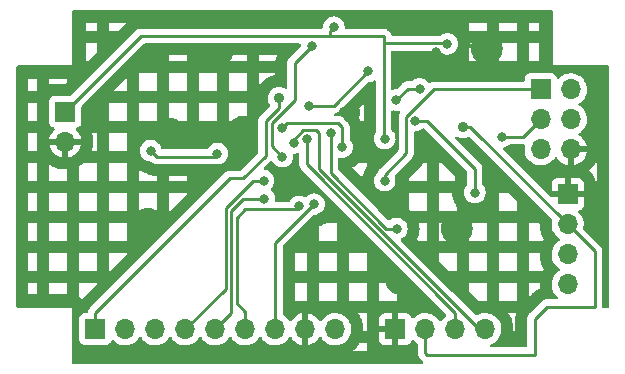
<source format=gbl>
%TF.GenerationSoftware,KiCad,Pcbnew,(6.0.6)*%
%TF.CreationDate,2022-11-25T13:48:06+01:00*%
%TF.ProjectId,MCU DataLogger,4d435520-4461-4746-914c-6f676765722e,1*%
%TF.SameCoordinates,Original*%
%TF.FileFunction,Copper,L2,Bot*%
%TF.FilePolarity,Positive*%
%FSLAX46Y46*%
G04 Gerber Fmt 4.6, Leading zero omitted, Abs format (unit mm)*
G04 Created by KiCad (PCBNEW (6.0.6)) date 2022-11-25 13:48:06*
%MOMM*%
%LPD*%
G01*
G04 APERTURE LIST*
%TA.AperFunction,ComponentPad*%
%ADD10R,1.700000X1.700000*%
%TD*%
%TA.AperFunction,ComponentPad*%
%ADD11O,1.700000X1.700000*%
%TD*%
%TA.AperFunction,ViaPad*%
%ADD12C,0.900000*%
%TD*%
%TA.AperFunction,ViaPad*%
%ADD13C,0.800000*%
%TD*%
%TA.AperFunction,Conductor*%
%ADD14C,0.250000*%
%TD*%
G04 APERTURE END LIST*
D10*
%TO.P,BT1,1,+*%
%TO.N,/Vcc*%
X42545000Y-92710000D03*
D11*
%TO.P,BT1,2,-*%
%TO.N,GND*%
X42545000Y-95250000D03*
%TD*%
D10*
%TO.P,J3,1,Pin_1*%
%TO.N,/D2*%
X45085000Y-111125000D03*
D11*
%TO.P,J3,2,Pin_2*%
%TO.N,/D3*%
X47625000Y-111125000D03*
%TO.P,J3,3,Pin_3*%
%TO.N,/D4*%
X50165000Y-111125000D03*
%TO.P,J3,4,Pin_4*%
%TO.N,/D5*%
X52705000Y-111125000D03*
%TO.P,J3,5,Pin_5*%
%TO.N,/D6*%
X55245000Y-111125000D03*
%TO.P,J3,6,Pin_6*%
%TO.N,/D7*%
X57785000Y-111125000D03*
%TO.P,J3,7,Pin_7*%
%TO.N,/D8*%
X60325000Y-111125000D03*
%TO.P,J3,8,Pin_8*%
%TO.N,GND*%
X62865000Y-111125000D03*
%TO.P,J3,9,Pin_9*%
%TO.N,/Vcc*%
X65405000Y-111125000D03*
%TD*%
D10*
%TO.P,J2,1,Pin_1*%
%TO.N,GND*%
X70495000Y-111125000D03*
D11*
%TO.P,J2,2,Pin_2*%
%TO.N,/Vcc*%
X73035000Y-111125000D03*
%TO.P,J2,3,Pin_3*%
%TO.N,/RX*%
X75575000Y-111125000D03*
%TO.P,J2,4,Pin_4*%
%TO.N,/TX*%
X78115000Y-111125000D03*
%TD*%
%TO.P,J4,6,Pin_6*%
%TO.N,GND*%
X85344000Y-95900000D03*
%TO.P,J4,5,Pin_5*%
%TO.N,/RESET*%
X82804000Y-95900000D03*
%TO.P,J4,4,Pin_4*%
%TO.N,/MOSI*%
X85344000Y-93360000D03*
%TO.P,J4,3,Pin_3*%
%TO.N,/SCK*%
X82804000Y-93360000D03*
%TO.P,J4,2,Pin_2*%
%TO.N,/Vcc*%
X85344000Y-90820000D03*
D10*
%TO.P,J4,1,Pin_1*%
%TO.N,/MISO*%
X82804000Y-90820000D03*
%TD*%
%TO.P,J1,1,Pin_1*%
%TO.N,GND*%
X85085000Y-99710000D03*
D11*
%TO.P,J1,2,Pin_2*%
%TO.N,/Vcc*%
X85085000Y-102250000D03*
%TO.P,J1,3,Pin_3*%
%TO.N,/SDA*%
X85085000Y-104790000D03*
%TO.P,J1,4,Pin_4*%
%TO.N,/SCK*%
X85085000Y-107330000D03*
%TD*%
D12*
%TO.N,GND*%
X55473600Y-87477600D03*
X70967600Y-106883200D03*
X66141600Y-92760800D03*
X57658000Y-94386400D03*
X70154800Y-85547200D03*
D13*
%TO.N,/Vcc*%
X65278000Y-85547200D03*
%TO.N,/SCK*%
X79502000Y-94843600D03*
%TO.N,/Vcc*%
X74879200Y-86969600D03*
X65989200Y-95707200D03*
X60896700Y-94132400D03*
%TO.N,Net-(C3-Pad2)*%
X63398400Y-87159500D03*
X60909200Y-96520000D03*
%TO.N,/RESET*%
X63144400Y-92202000D03*
X68173600Y-89306400D03*
X72542400Y-90779600D03*
X70561200Y-91744800D03*
%TO.N,/D8*%
X63601600Y-100533200D03*
%TO.N,/D7*%
X62331600Y-100736400D03*
%TO.N,/D6*%
X59385200Y-100076000D03*
%TO.N,/D5*%
X59334400Y-98552000D03*
D12*
%TO.N,/D2*%
X60643500Y-91564236D03*
D13*
%TO.N,/SCK*%
X49784000Y-96012000D03*
X55427099Y-96270299D03*
%TO.N,/Vcc*%
X69596000Y-94996000D03*
%TO.N,/MISO*%
X69596000Y-98552000D03*
%TO.N,/TX*%
X61874400Y-95351600D03*
%TO.N,/RX*%
X62992000Y-94996000D03*
%TO.N,Net-(U4-Pad20)*%
X65024000Y-94488000D03*
X70612000Y-102616000D03*
D12*
%TO.N,GND*%
X75692000Y-102616000D03*
D13*
%TO.N,/SDA*%
X72136000Y-93472000D03*
X77216000Y-99568000D03*
D12*
%TO.N,/Vcc*%
X76200000Y-93980000D03*
%TO.N,GND*%
X78232000Y-87376000D03*
D13*
X73962500Y-87678500D03*
D12*
X51435000Y-94615000D03*
X49530000Y-102235000D03*
%TD*%
D14*
%TO.N,/Vcc*%
X65989200Y-94030800D02*
X65989200Y-95707200D01*
X61316100Y-93713000D02*
X65671400Y-93713000D01*
X60896700Y-94132400D02*
X61316100Y-93713000D01*
X65671400Y-93713000D02*
X65989200Y-94030800D01*
%TO.N,/TX*%
X77597000Y-111125000D02*
X78115000Y-111125000D01*
X64008000Y-97536000D02*
X77597000Y-111125000D01*
X64008000Y-94488000D02*
X64008000Y-97536000D01*
X63791000Y-94271000D02*
X64008000Y-94488000D01*
X62691695Y-94271000D02*
X63791000Y-94271000D01*
X61874400Y-95088295D02*
X62691695Y-94271000D01*
X61874400Y-95351600D02*
X61874400Y-95088295D01*
%TO.N,GND*%
X57658000Y-94386400D02*
X57429400Y-94615000D01*
X57429400Y-94615000D02*
X51435000Y-94615000D01*
%TO.N,/D2*%
X56489600Y-98370384D02*
X45085000Y-109774984D01*
X57585616Y-98370384D02*
X56489600Y-98370384D01*
X59518500Y-93495194D02*
X59518500Y-96437500D01*
X59518500Y-96437500D02*
X57585616Y-98370384D01*
X60643500Y-92370194D02*
X59518500Y-93495194D01*
X45085000Y-109774984D02*
X45085000Y-111125000D01*
X60643500Y-91564236D02*
X60643500Y-92370194D01*
%TO.N,/Vcc*%
X64922400Y-85902800D02*
X64922400Y-86309200D01*
X64922400Y-86309200D02*
X48945800Y-86309200D01*
X65278000Y-85547200D02*
X64922400Y-85902800D01*
X69494400Y-86309200D02*
X64922400Y-86309200D01*
%TO.N,/SCK*%
X79502000Y-94843600D02*
X81320400Y-94843600D01*
X81320400Y-94843600D02*
X82804000Y-93360000D01*
%TO.N,/Vcc*%
X69611300Y-86903500D02*
X69494400Y-87020400D01*
X74813100Y-86903500D02*
X69611300Y-86903500D01*
X69494400Y-94894400D02*
X69494400Y-87020400D01*
X74879200Y-86969600D02*
X74813100Y-86903500D01*
X69494400Y-87020400D02*
X69494400Y-86309200D01*
X48945800Y-86309200D02*
X42545000Y-92710000D01*
X69596000Y-94996000D02*
X69494400Y-94894400D01*
%TO.N,/RESET*%
X71526400Y-90779600D02*
X70561200Y-91744800D01*
X72542400Y-90779600D02*
X71526400Y-90779600D01*
%TO.N,Net-(C3-Pad2)*%
X61976000Y-88581900D02*
X63398400Y-87159500D01*
X60018500Y-93702300D02*
X61976000Y-91744800D01*
X61976000Y-91744800D02*
X61976000Y-88581900D01*
X60018500Y-95629300D02*
X60018500Y-93702300D01*
X60909200Y-96520000D02*
X60018500Y-95629300D01*
%TO.N,/RESET*%
X65278000Y-92202000D02*
X63144400Y-92202000D01*
X68173600Y-89306400D02*
X65278000Y-92202000D01*
%TO.N,/D8*%
X60325000Y-103809800D02*
X63601600Y-100533200D01*
X60325000Y-111125000D02*
X60325000Y-103809800D01*
%TO.N,/D7*%
X62077600Y-100990400D02*
X62331600Y-100736400D01*
X57759600Y-100990400D02*
X62077600Y-100990400D01*
X57048400Y-101701600D02*
X57759600Y-100990400D01*
X57048400Y-108915200D02*
X57048400Y-101701600D01*
X57785000Y-111125000D02*
X57785000Y-109651800D01*
X57785000Y-109651800D02*
X57048400Y-108915200D01*
%TO.N,/D6*%
X57600000Y-100076000D02*
X59385200Y-100076000D01*
X56584000Y-101092000D02*
X57600000Y-100076000D01*
X56584000Y-109786000D02*
X56584000Y-101092000D01*
X55245000Y-111125000D02*
X56584000Y-109786000D01*
%TO.N,/D5*%
X58470800Y-98552000D02*
X59334400Y-98552000D01*
X56134000Y-100888800D02*
X58470800Y-98552000D01*
X52705000Y-111125000D02*
X56134000Y-107696000D01*
X56134000Y-107696000D02*
X56134000Y-100888800D01*
%TO.N,/SCK*%
X50292000Y-96520000D02*
X49784000Y-96012000D01*
X55177398Y-96520000D02*
X50292000Y-96520000D01*
X55427099Y-96270299D02*
X55177398Y-96520000D01*
%TO.N,/RX*%
X75575000Y-109739396D02*
X75575000Y-111125000D01*
X62992000Y-97156396D02*
X75575000Y-109739396D01*
X62992000Y-94996000D02*
X62992000Y-97156396D01*
%TO.N,/MISO*%
X69596000Y-98044000D02*
X69596000Y-98552000D01*
X73762695Y-90820000D02*
X71411000Y-93171695D01*
X82804000Y-90820000D02*
X73762695Y-90820000D01*
X71411000Y-93171695D02*
X71411000Y-96229000D01*
X71411000Y-96229000D02*
X69596000Y-98044000D01*
%TO.N,Net-(U4-Pad20)*%
X65024000Y-97915604D02*
X65024000Y-94488000D01*
X69724396Y-102616000D02*
X65024000Y-97915604D01*
X70612000Y-102616000D02*
X69724396Y-102616000D01*
%TO.N,/Vcc*%
X87376000Y-104541000D02*
X85085000Y-102250000D01*
X83312000Y-109220000D02*
X87376000Y-109220000D01*
X82296000Y-110236000D02*
X83312000Y-109220000D01*
X82296000Y-113284000D02*
X82296000Y-110236000D01*
X87376000Y-109220000D02*
X87376000Y-104541000D01*
X73152000Y-113284000D02*
X82296000Y-113284000D01*
X73035000Y-113167000D02*
X73152000Y-113284000D01*
X73035000Y-111125000D02*
X73035000Y-113167000D01*
%TO.N,/SDA*%
X73152000Y-93472000D02*
X72136000Y-93472000D01*
X77216000Y-97536000D02*
X73152000Y-93472000D01*
X77216000Y-99568000D02*
X77216000Y-97536000D01*
%TO.N,/Vcc*%
X76815000Y-93980000D02*
X76200000Y-93980000D01*
X85085000Y-102250000D02*
X76815000Y-93980000D01*
%TD*%
%TA.AperFunction,Conductor*%
%TO.N,GND*%
G36*
X83762121Y-84145302D02*
G01*
X83808614Y-84198958D01*
X83820000Y-84251300D01*
X83820000Y-88798400D01*
X88468700Y-88798400D01*
X88536821Y-88818402D01*
X88583314Y-88872058D01*
X88594700Y-88924400D01*
X88594700Y-109195600D01*
X88574698Y-109263721D01*
X88521042Y-109310214D01*
X88468700Y-109321600D01*
X88135500Y-109321600D01*
X88067379Y-109301598D01*
X88020886Y-109247942D01*
X88009500Y-109195600D01*
X88009500Y-104619767D01*
X88010027Y-104608584D01*
X88011702Y-104601091D01*
X88009562Y-104533014D01*
X88009500Y-104529055D01*
X88009500Y-104501144D01*
X88008995Y-104497144D01*
X88008062Y-104485301D01*
X88006922Y-104449029D01*
X88006673Y-104441110D01*
X88001022Y-104421658D01*
X87997014Y-104402306D01*
X87995467Y-104390063D01*
X87994474Y-104382203D01*
X87991556Y-104374832D01*
X87978200Y-104341097D01*
X87974355Y-104329870D01*
X87969921Y-104314610D01*
X87962018Y-104287407D01*
X87957984Y-104280585D01*
X87957981Y-104280579D01*
X87951706Y-104269968D01*
X87943010Y-104252218D01*
X87938472Y-104240756D01*
X87938469Y-104240751D01*
X87935552Y-104233383D01*
X87909573Y-104197625D01*
X87903057Y-104187707D01*
X87884575Y-104156457D01*
X87880542Y-104149637D01*
X87866218Y-104135313D01*
X87853376Y-104120278D01*
X87847653Y-104112401D01*
X87841472Y-104103893D01*
X87807406Y-104075711D01*
X87798627Y-104067722D01*
X86436218Y-102705313D01*
X86402192Y-102643001D01*
X86404755Y-102579589D01*
X86407498Y-102570563D01*
X86417370Y-102538069D01*
X86446529Y-102316590D01*
X86448156Y-102250000D01*
X86429852Y-102027361D01*
X86375431Y-101810702D01*
X86286354Y-101605840D01*
X86180167Y-101441700D01*
X86167822Y-101422617D01*
X86167820Y-101422614D01*
X86165014Y-101418277D01*
X86161540Y-101414459D01*
X86161533Y-101414450D01*
X86017435Y-101256088D01*
X85986383Y-101192242D01*
X85994779Y-101121744D01*
X86039956Y-101066976D01*
X86066400Y-101053307D01*
X86173052Y-101013325D01*
X86188649Y-101004786D01*
X86290724Y-100928285D01*
X86303285Y-100915724D01*
X86379786Y-100813649D01*
X86388324Y-100798054D01*
X86433478Y-100677606D01*
X86437105Y-100662351D01*
X86442631Y-100611486D01*
X86443000Y-100604672D01*
X86443000Y-99982115D01*
X86438525Y-99966876D01*
X86437135Y-99965671D01*
X86429452Y-99964000D01*
X83747095Y-99964000D01*
X83678974Y-99943998D01*
X83658000Y-99927095D01*
X83168790Y-99437885D01*
X83727000Y-99437885D01*
X83731475Y-99453124D01*
X83732865Y-99454329D01*
X83740548Y-99456000D01*
X84812885Y-99456000D01*
X84828124Y-99451525D01*
X84829329Y-99450135D01*
X84831000Y-99442452D01*
X84831000Y-99437885D01*
X85339000Y-99437885D01*
X85343475Y-99453124D01*
X85344865Y-99454329D01*
X85352548Y-99456000D01*
X86424884Y-99456000D01*
X86440123Y-99451525D01*
X86441328Y-99450135D01*
X86442999Y-99442452D01*
X86442999Y-98815331D01*
X86442629Y-98808510D01*
X86437105Y-98757648D01*
X86433479Y-98742396D01*
X86388324Y-98621946D01*
X86379786Y-98606351D01*
X86303285Y-98504276D01*
X86290724Y-98491715D01*
X86188649Y-98415214D01*
X86173054Y-98406676D01*
X86052606Y-98361522D01*
X86037351Y-98357895D01*
X85986486Y-98352369D01*
X85979672Y-98352000D01*
X85357115Y-98352000D01*
X85341876Y-98356475D01*
X85340671Y-98357865D01*
X85339000Y-98365548D01*
X85339000Y-99437885D01*
X84831000Y-99437885D01*
X84831000Y-98370116D01*
X84826525Y-98354877D01*
X84825135Y-98353672D01*
X84817452Y-98352001D01*
X84190331Y-98352001D01*
X84183510Y-98352371D01*
X84132648Y-98357895D01*
X84117396Y-98361521D01*
X83996946Y-98406676D01*
X83981351Y-98415214D01*
X83879276Y-98491715D01*
X83866715Y-98504276D01*
X83790214Y-98606351D01*
X83781676Y-98621946D01*
X83736522Y-98742394D01*
X83732895Y-98757649D01*
X83727369Y-98808514D01*
X83727000Y-98815328D01*
X83727000Y-99437885D01*
X83168790Y-99437885D01*
X81425946Y-97695041D01*
X86917300Y-97695041D01*
X86994823Y-97762254D01*
X87001379Y-97768360D01*
X87026640Y-97793621D01*
X87032746Y-97800177D01*
X87103691Y-97882005D01*
X87109316Y-97888979D01*
X87196584Y-98005421D01*
X87201699Y-98012777D01*
X87260319Y-98103824D01*
X87264898Y-98111523D01*
X87282054Y-98142858D01*
X87286074Y-98150865D01*
X87331204Y-98249321D01*
X87334646Y-98257594D01*
X87385726Y-98393849D01*
X87388263Y-98401321D01*
X87416089Y-98492555D01*
X87418153Y-98500169D01*
X87425434Y-98530794D01*
X87427017Y-98538520D01*
X87438191Y-98603300D01*
X87554800Y-98603300D01*
X87554800Y-97077300D01*
X87406861Y-97077300D01*
X87388706Y-97110529D01*
X87386136Y-97115011D01*
X87375501Y-97132710D01*
X87372750Y-97137083D01*
X87338402Y-97189273D01*
X87335473Y-97193530D01*
X87205164Y-97374874D01*
X87202064Y-97379008D01*
X87163552Y-97428213D01*
X87160284Y-97432215D01*
X87146902Y-97447939D01*
X87143473Y-97451806D01*
X87101054Y-97497695D01*
X87097469Y-97501416D01*
X86939292Y-97659043D01*
X86935558Y-97662615D01*
X86917300Y-97679375D01*
X86917300Y-97695041D01*
X81425946Y-97695041D01*
X79667167Y-95936262D01*
X79633141Y-95873950D01*
X79638206Y-95803135D01*
X79680753Y-95746299D01*
X79730064Y-95723921D01*
X79777824Y-95713769D01*
X79777833Y-95713766D01*
X79784288Y-95712394D01*
X79803413Y-95703879D01*
X79952722Y-95637403D01*
X79952724Y-95637402D01*
X79958752Y-95634718D01*
X79981215Y-95618398D01*
X80107914Y-95526345D01*
X80113253Y-95522466D01*
X80117668Y-95517563D01*
X80122580Y-95513140D01*
X80123705Y-95514389D01*
X80177014Y-95481549D01*
X80210200Y-95477100D01*
X81241633Y-95477100D01*
X81252816Y-95477627D01*
X81260309Y-95479302D01*
X81268235Y-95479053D01*
X81268236Y-95479053D01*
X81328386Y-95477162D01*
X81332345Y-95477100D01*
X81345735Y-95477100D01*
X81413856Y-95497102D01*
X81460349Y-95550758D01*
X81470453Y-95621032D01*
X81467154Y-95636762D01*
X81464989Y-95644570D01*
X81441251Y-95866695D01*
X81441548Y-95871848D01*
X81441548Y-95871851D01*
X81451842Y-96050388D01*
X81454110Y-96089715D01*
X81455247Y-96094761D01*
X81455248Y-96094767D01*
X81461577Y-96122848D01*
X81503222Y-96307639D01*
X81587266Y-96514616D01*
X81703987Y-96705088D01*
X81850250Y-96873938D01*
X82022126Y-97016632D01*
X82215000Y-97129338D01*
X82219825Y-97131180D01*
X82219826Y-97131181D01*
X82263622Y-97147905D01*
X82423692Y-97209030D01*
X82428760Y-97210061D01*
X82428763Y-97210062D01*
X82518814Y-97228383D01*
X82642597Y-97253567D01*
X82647772Y-97253757D01*
X82647774Y-97253757D01*
X82860673Y-97261564D01*
X82860677Y-97261564D01*
X82865837Y-97261753D01*
X82870957Y-97261097D01*
X82870959Y-97261097D01*
X83082288Y-97234025D01*
X83082289Y-97234025D01*
X83087416Y-97233368D01*
X83092366Y-97231883D01*
X83296429Y-97170661D01*
X83296434Y-97170659D01*
X83301384Y-97169174D01*
X83501994Y-97070896D01*
X83683860Y-96941173D01*
X83697186Y-96927894D01*
X83838435Y-96787137D01*
X83842096Y-96783489D01*
X83890444Y-96716206D01*
X83972453Y-96602077D01*
X83973640Y-96602930D01*
X84020960Y-96559362D01*
X84090897Y-96547145D01*
X84156338Y-96574678D01*
X84184166Y-96606511D01*
X84241694Y-96700388D01*
X84247777Y-96708699D01*
X84387213Y-96869667D01*
X84394580Y-96876883D01*
X84558434Y-97012916D01*
X84566881Y-97018831D01*
X84750756Y-97126279D01*
X84760042Y-97130729D01*
X84959001Y-97206703D01*
X84968899Y-97209579D01*
X85072250Y-97230606D01*
X85086299Y-97229410D01*
X85090000Y-97219065D01*
X85090000Y-97218517D01*
X85598000Y-97218517D01*
X85602064Y-97232359D01*
X85615478Y-97234393D01*
X85622184Y-97233534D01*
X85632262Y-97231392D01*
X85836255Y-97170191D01*
X85845842Y-97166433D01*
X86037095Y-97072739D01*
X86045945Y-97067464D01*
X86219328Y-96943792D01*
X86227200Y-96937139D01*
X86378052Y-96786812D01*
X86384730Y-96778965D01*
X86509003Y-96606020D01*
X86514313Y-96597183D01*
X86608670Y-96406267D01*
X86612469Y-96396672D01*
X86674377Y-96192910D01*
X86676555Y-96182837D01*
X86677986Y-96171962D01*
X86675775Y-96157778D01*
X86662617Y-96154000D01*
X85616115Y-96154000D01*
X85600876Y-96158475D01*
X85599671Y-96159865D01*
X85598000Y-96167548D01*
X85598000Y-97218517D01*
X85090000Y-97218517D01*
X85090000Y-95772000D01*
X85110002Y-95703879D01*
X85163658Y-95657386D01*
X85216000Y-95646000D01*
X86662344Y-95646000D01*
X86675875Y-95642027D01*
X86677180Y-95632947D01*
X86635214Y-95465875D01*
X86631894Y-95456124D01*
X86546972Y-95260814D01*
X86542105Y-95251739D01*
X86426426Y-95072926D01*
X86420136Y-95064757D01*
X86276806Y-94907240D01*
X86269273Y-94900215D01*
X86102139Y-94768222D01*
X86093556Y-94762520D01*
X86056602Y-94742120D01*
X86006631Y-94691687D01*
X85991859Y-94622245D01*
X86016975Y-94555839D01*
X86044327Y-94529232D01*
X86111287Y-94481470D01*
X86223860Y-94401173D01*
X86244606Y-94380500D01*
X86378435Y-94247137D01*
X86382096Y-94243489D01*
X86416738Y-94195280D01*
X86509435Y-94066277D01*
X86512453Y-94062077D01*
X86532833Y-94020842D01*
X86609136Y-93866453D01*
X86609137Y-93866451D01*
X86611430Y-93861811D01*
X86676370Y-93648069D01*
X86705529Y-93426590D01*
X86705611Y-93423240D01*
X86707074Y-93363365D01*
X86707074Y-93363361D01*
X86707156Y-93360000D01*
X86688852Y-93137361D01*
X86634431Y-92920702D01*
X86545354Y-92715840D01*
X86479066Y-92613374D01*
X86426822Y-92532617D01*
X86426820Y-92532614D01*
X86424014Y-92528277D01*
X86273670Y-92363051D01*
X86269619Y-92359852D01*
X86269615Y-92359848D01*
X86102414Y-92227800D01*
X86102410Y-92227798D01*
X86098359Y-92224598D01*
X86057053Y-92201796D01*
X86007084Y-92151364D01*
X85992312Y-92081921D01*
X86017428Y-92015516D01*
X86044780Y-91988909D01*
X86088603Y-91957650D01*
X86223860Y-91861173D01*
X86276749Y-91808469D01*
X86367616Y-91717918D01*
X86382096Y-91703489D01*
X86512453Y-91522077D01*
X86539348Y-91467660D01*
X86609136Y-91326453D01*
X86609137Y-91326451D01*
X86611430Y-91321811D01*
X86676370Y-91108069D01*
X86705529Y-90886590D01*
X86707156Y-90820000D01*
X86688852Y-90597361D01*
X86634431Y-90380702D01*
X86545354Y-90175840D01*
X86494254Y-90096851D01*
X86426822Y-89992617D01*
X86426820Y-89992614D01*
X86424014Y-89988277D01*
X86273670Y-89823051D01*
X86269619Y-89819852D01*
X86269615Y-89819848D01*
X86102414Y-89687800D01*
X86102410Y-89687798D01*
X86098359Y-89684598D01*
X85902789Y-89576638D01*
X85897920Y-89574914D01*
X85897916Y-89574912D01*
X85697087Y-89503795D01*
X85697083Y-89503794D01*
X85692212Y-89502069D01*
X85687119Y-89501162D01*
X85687116Y-89501161D01*
X85477373Y-89463800D01*
X85477367Y-89463799D01*
X85472284Y-89462894D01*
X85398452Y-89461992D01*
X85254081Y-89460228D01*
X85254079Y-89460228D01*
X85248911Y-89460165D01*
X85028091Y-89493955D01*
X84815756Y-89563357D01*
X84617607Y-89666507D01*
X84613474Y-89669610D01*
X84613471Y-89669612D01*
X84443100Y-89797530D01*
X84438965Y-89800635D01*
X84382518Y-89859704D01*
X84358283Y-89885064D01*
X84296759Y-89920494D01*
X84225846Y-89917037D01*
X84168060Y-89875791D01*
X84149207Y-89842243D01*
X84107767Y-89731703D01*
X84104615Y-89723295D01*
X84017261Y-89606739D01*
X83900705Y-89519385D01*
X83764316Y-89468255D01*
X83702134Y-89461500D01*
X81905866Y-89461500D01*
X81843684Y-89468255D01*
X81707295Y-89519385D01*
X81590739Y-89606739D01*
X81503385Y-89723295D01*
X81452255Y-89859684D01*
X81445500Y-89921866D01*
X81445500Y-90060500D01*
X81425498Y-90128621D01*
X81371842Y-90175114D01*
X81319500Y-90186500D01*
X73841462Y-90186500D01*
X73830279Y-90185973D01*
X73822786Y-90184298D01*
X73814860Y-90184547D01*
X73814859Y-90184547D01*
X73754696Y-90186438D01*
X73750738Y-90186500D01*
X73722839Y-90186500D01*
X73718849Y-90187004D01*
X73707015Y-90187936D01*
X73662806Y-90189326D01*
X73655192Y-90191538D01*
X73655187Y-90191539D01*
X73643354Y-90194977D01*
X73623991Y-90198988D01*
X73603898Y-90201526D01*
X73596531Y-90204443D01*
X73596526Y-90204444D01*
X73562787Y-90217802D01*
X73551560Y-90221646D01*
X73509102Y-90233982D01*
X73502276Y-90238019D01*
X73491667Y-90244293D01*
X73473919Y-90252988D01*
X73455078Y-90260448D01*
X73448660Y-90265111D01*
X73441716Y-90268928D01*
X73440657Y-90267001D01*
X73384403Y-90287074D01*
X73315251Y-90270996D01*
X73282454Y-90241743D01*
X73281440Y-90242656D01*
X73158075Y-90105645D01*
X73158074Y-90105644D01*
X73153653Y-90100734D01*
X73054557Y-90028736D01*
X73004494Y-89992363D01*
X73004493Y-89992362D01*
X72999152Y-89988482D01*
X72993124Y-89985798D01*
X72993122Y-89985797D01*
X72830719Y-89913491D01*
X72830718Y-89913491D01*
X72824688Y-89910806D01*
X72731287Y-89890953D01*
X72644344Y-89872472D01*
X72644339Y-89872472D01*
X72637887Y-89871100D01*
X72446913Y-89871100D01*
X72440461Y-89872472D01*
X72440456Y-89872472D01*
X72353513Y-89890953D01*
X72260112Y-89910806D01*
X72254082Y-89913491D01*
X72254081Y-89913491D01*
X72091678Y-89985797D01*
X72091676Y-89985798D01*
X72085648Y-89988482D01*
X72080307Y-89992362D01*
X72080306Y-89992363D01*
X71998899Y-90051509D01*
X71931147Y-90100734D01*
X71926732Y-90105637D01*
X71921820Y-90110060D01*
X71920695Y-90108811D01*
X71867386Y-90141651D01*
X71834200Y-90146100D01*
X71605167Y-90146100D01*
X71593984Y-90145573D01*
X71586491Y-90143898D01*
X71578565Y-90144147D01*
X71578564Y-90144147D01*
X71518401Y-90146038D01*
X71514443Y-90146100D01*
X71486544Y-90146100D01*
X71482554Y-90146604D01*
X71470720Y-90147536D01*
X71426511Y-90148926D01*
X71418897Y-90151138D01*
X71418892Y-90151139D01*
X71407059Y-90154577D01*
X71387696Y-90158588D01*
X71367603Y-90161126D01*
X71360236Y-90164043D01*
X71360231Y-90164044D01*
X71326492Y-90177402D01*
X71315265Y-90181246D01*
X71272807Y-90193582D01*
X71265981Y-90197619D01*
X71255372Y-90203893D01*
X71237624Y-90212588D01*
X71218783Y-90220048D01*
X71212367Y-90224710D01*
X71212366Y-90224710D01*
X71183013Y-90246036D01*
X71173093Y-90252552D01*
X71141865Y-90271020D01*
X71141862Y-90271022D01*
X71135038Y-90275058D01*
X71120717Y-90289379D01*
X71105684Y-90302219D01*
X71089293Y-90314128D01*
X71084243Y-90320232D01*
X71084238Y-90320237D01*
X71061107Y-90348198D01*
X71053117Y-90356979D01*
X70610699Y-90799396D01*
X70548387Y-90833421D01*
X70521604Y-90836300D01*
X70465713Y-90836300D01*
X70459261Y-90837672D01*
X70459256Y-90837672D01*
X70280097Y-90875754D01*
X70209306Y-90870352D01*
X70152674Y-90827535D01*
X70128180Y-90760897D01*
X70127900Y-90752507D01*
X70127900Y-88443300D01*
X76757300Y-88443300D01*
X77416557Y-88443300D01*
X79297300Y-88443300D01*
X80823300Y-88443300D01*
X81837300Y-88443300D01*
X82678000Y-88443300D01*
X82678000Y-86917300D01*
X81837300Y-86917300D01*
X81837300Y-88443300D01*
X80823300Y-88443300D01*
X80823300Y-86917300D01*
X79497607Y-86917300D01*
X79500738Y-86925903D01*
X79555808Y-87131425D01*
X79559622Y-87153056D01*
X79578166Y-87365019D01*
X79578166Y-87386981D01*
X79559622Y-87598944D01*
X79555808Y-87620575D01*
X79500738Y-87826097D01*
X79493226Y-87846735D01*
X79403305Y-88039572D01*
X79392323Y-88058593D01*
X79297300Y-88194299D01*
X79297300Y-88443300D01*
X77416557Y-88443300D01*
X77375114Y-88414281D01*
X77358290Y-88400163D01*
X77207837Y-88249710D01*
X77193719Y-88232886D01*
X77071677Y-88058593D01*
X77060695Y-88039572D01*
X76970774Y-87846735D01*
X76963262Y-87826097D01*
X76908192Y-87620575D01*
X76904378Y-87598944D01*
X76885834Y-87386981D01*
X76885834Y-87365019D01*
X76904378Y-87153056D01*
X76908192Y-87131425D01*
X76963262Y-86925903D01*
X76966393Y-86917300D01*
X76804136Y-86917300D01*
X76805841Y-86949836D01*
X76806014Y-86956430D01*
X76806014Y-86982770D01*
X76805841Y-86989364D01*
X76801667Y-87069014D01*
X76801150Y-87075590D01*
X76781188Y-87265518D01*
X76780327Y-87272060D01*
X76767848Y-87350846D01*
X76766645Y-87357332D01*
X76761168Y-87383098D01*
X76759628Y-87389513D01*
X76757300Y-87398201D01*
X76757300Y-88443300D01*
X70127900Y-88443300D01*
X70127900Y-87663000D01*
X70147902Y-87594879D01*
X70201558Y-87548386D01*
X70253900Y-87537000D01*
X74111485Y-87537000D01*
X74179606Y-87557002D01*
X74205116Y-87578685D01*
X74267947Y-87648466D01*
X74422448Y-87760718D01*
X74428476Y-87763402D01*
X74428478Y-87763403D01*
X74590881Y-87835709D01*
X74596912Y-87838394D01*
X74690313Y-87858247D01*
X74777256Y-87876728D01*
X74777261Y-87876728D01*
X74783713Y-87878100D01*
X74974687Y-87878100D01*
X74981139Y-87876728D01*
X74981144Y-87876728D01*
X75068087Y-87858247D01*
X75161488Y-87838394D01*
X75167519Y-87835709D01*
X75329922Y-87763403D01*
X75329924Y-87763402D01*
X75335952Y-87760718D01*
X75490453Y-87648466D01*
X75553280Y-87578690D01*
X75613821Y-87511452D01*
X75613822Y-87511451D01*
X75618240Y-87506544D01*
X75705327Y-87355706D01*
X75710423Y-87346879D01*
X75710424Y-87346878D01*
X75713727Y-87341156D01*
X75772742Y-87159528D01*
X75775603Y-87132313D01*
X75792014Y-86976165D01*
X75792704Y-86969600D01*
X75790627Y-86949836D01*
X75773432Y-86786235D01*
X75773432Y-86786233D01*
X75772742Y-86779672D01*
X75713727Y-86598044D01*
X75618240Y-86432656D01*
X75490453Y-86290734D01*
X75335952Y-86178482D01*
X75329924Y-86175798D01*
X75329922Y-86175797D01*
X75167519Y-86103491D01*
X75167518Y-86103491D01*
X75161488Y-86100806D01*
X75068088Y-86080953D01*
X74981144Y-86062472D01*
X74981139Y-86062472D01*
X74974687Y-86061100D01*
X74783713Y-86061100D01*
X74777261Y-86062472D01*
X74777256Y-86062472D01*
X74690312Y-86080953D01*
X74596912Y-86100806D01*
X74590882Y-86103491D01*
X74590881Y-86103491D01*
X74428478Y-86175797D01*
X74428476Y-86175798D01*
X74422448Y-86178482D01*
X74417107Y-86182362D01*
X74417106Y-86182363D01*
X74329606Y-86245936D01*
X74262738Y-86269794D01*
X74255545Y-86270000D01*
X70239309Y-86270000D01*
X70171188Y-86249998D01*
X70124695Y-86196342D01*
X70119465Y-86182903D01*
X70119068Y-86181680D01*
X70113906Y-86158569D01*
X70113868Y-86158265D01*
X70113867Y-86158260D01*
X70112874Y-86150403D01*
X70109958Y-86143038D01*
X70109957Y-86143034D01*
X70092201Y-86098189D01*
X70089529Y-86090770D01*
X70072164Y-86037325D01*
X70067914Y-86030628D01*
X70067750Y-86030369D01*
X70056985Y-86009242D01*
X70056871Y-86008954D01*
X70056868Y-86008949D01*
X70053952Y-86001583D01*
X70049296Y-85995175D01*
X70049293Y-85995169D01*
X70020942Y-85956148D01*
X70016492Y-85949601D01*
X69987109Y-85903300D01*
X76757300Y-85903300D01*
X78283300Y-85903300D01*
X79297300Y-85903300D01*
X80823300Y-85903300D01*
X81837300Y-85903300D01*
X82678000Y-85903300D01*
X82678000Y-85165200D01*
X81837300Y-85165200D01*
X81837300Y-85903300D01*
X80823300Y-85903300D01*
X80823300Y-85165200D01*
X79297300Y-85165200D01*
X79297300Y-85903300D01*
X78283300Y-85903300D01*
X78283300Y-85165200D01*
X76757300Y-85165200D01*
X76757300Y-85903300D01*
X69987109Y-85903300D01*
X69986400Y-85902182D01*
X69980393Y-85896541D01*
X69964712Y-85878754D01*
X69964534Y-85878509D01*
X69964532Y-85878507D01*
X69959872Y-85872093D01*
X69932970Y-85849837D01*
X69916604Y-85836297D01*
X69910670Y-85831066D01*
X69875502Y-85798042D01*
X69875499Y-85798040D01*
X69869721Y-85792614D01*
X69862497Y-85788642D01*
X69842894Y-85775319D01*
X69842654Y-85775120D01*
X69842647Y-85775116D01*
X69836544Y-85770067D01*
X69785724Y-85746153D01*
X69778692Y-85742571D01*
X69729460Y-85715505D01*
X69721785Y-85713535D01*
X69721779Y-85713532D01*
X69721481Y-85713456D01*
X69699172Y-85705424D01*
X69698897Y-85705294D01*
X69698889Y-85705291D01*
X69691718Y-85701917D01*
X69636551Y-85691394D01*
X69628842Y-85689671D01*
X69594051Y-85680738D01*
X69582107Y-85677671D01*
X69582106Y-85677671D01*
X69574430Y-85675700D01*
X69566193Y-85675700D01*
X69542584Y-85673468D01*
X69542281Y-85673410D01*
X69542277Y-85673410D01*
X69534494Y-85671925D01*
X69478449Y-85675451D01*
X69470538Y-85675700D01*
X66316814Y-85675700D01*
X66248693Y-85655698D01*
X66202200Y-85602042D01*
X66191102Y-85551024D01*
X66191504Y-85547200D01*
X66171542Y-85357272D01*
X66112527Y-85175644D01*
X66017040Y-85010256D01*
X65889253Y-84868334D01*
X65734752Y-84756082D01*
X65728724Y-84753398D01*
X65728722Y-84753397D01*
X65566319Y-84681091D01*
X65566318Y-84681091D01*
X65560288Y-84678406D01*
X65466887Y-84658553D01*
X65379944Y-84640072D01*
X65379939Y-84640072D01*
X65373487Y-84638700D01*
X65182513Y-84638700D01*
X65176061Y-84640072D01*
X65176056Y-84640072D01*
X65089113Y-84658553D01*
X64995712Y-84678406D01*
X64989682Y-84681091D01*
X64989681Y-84681091D01*
X64827278Y-84753397D01*
X64827276Y-84753398D01*
X64821248Y-84756082D01*
X64666747Y-84868334D01*
X64538960Y-85010256D01*
X64443473Y-85175644D01*
X64384458Y-85357272D01*
X64364496Y-85547200D01*
X64364871Y-85550772D01*
X64345184Y-85617821D01*
X64291528Y-85664314D01*
X64239186Y-85675700D01*
X49024567Y-85675700D01*
X49013384Y-85675173D01*
X49005891Y-85673498D01*
X48997965Y-85673747D01*
X48997964Y-85673747D01*
X48937814Y-85675638D01*
X48933855Y-85675700D01*
X48905944Y-85675700D01*
X48902010Y-85676197D01*
X48902009Y-85676197D01*
X48901944Y-85676205D01*
X48890107Y-85677138D01*
X48858290Y-85678138D01*
X48853829Y-85678278D01*
X48845910Y-85678527D01*
X48828254Y-85683656D01*
X48826458Y-85684178D01*
X48807106Y-85688186D01*
X48800035Y-85689080D01*
X48787003Y-85690726D01*
X48779634Y-85693643D01*
X48779632Y-85693644D01*
X48745897Y-85707000D01*
X48734669Y-85710845D01*
X48692207Y-85723182D01*
X48685385Y-85727216D01*
X48685379Y-85727219D01*
X48674768Y-85733494D01*
X48657018Y-85742190D01*
X48645556Y-85746728D01*
X48645551Y-85746731D01*
X48638183Y-85749648D01*
X48631768Y-85754309D01*
X48602425Y-85775627D01*
X48592507Y-85782143D01*
X48581258Y-85788796D01*
X48554437Y-85804658D01*
X48540113Y-85818982D01*
X48525081Y-85831821D01*
X48508693Y-85843728D01*
X48480512Y-85877793D01*
X48472522Y-85886573D01*
X43044500Y-91314595D01*
X42982188Y-91348621D01*
X42955405Y-91351500D01*
X41646866Y-91351500D01*
X41584684Y-91358255D01*
X41448295Y-91409385D01*
X41331739Y-91496739D01*
X41244385Y-91613295D01*
X41193255Y-91749684D01*
X41186500Y-91811866D01*
X41186500Y-93608134D01*
X41193255Y-93670316D01*
X41244385Y-93806705D01*
X41331739Y-93923261D01*
X41448295Y-94010615D01*
X41456704Y-94013767D01*
X41456705Y-94013768D01*
X41565960Y-94054726D01*
X41622725Y-94097367D01*
X41647425Y-94163929D01*
X41632218Y-94233278D01*
X41612825Y-94259759D01*
X41489590Y-94388717D01*
X41483104Y-94396727D01*
X41363098Y-94572649D01*
X41358000Y-94581623D01*
X41268338Y-94774783D01*
X41264775Y-94784470D01*
X41209389Y-94984183D01*
X41210912Y-94992607D01*
X41223292Y-94996000D01*
X43863344Y-94996000D01*
X43876875Y-94992027D01*
X43878180Y-94982947D01*
X43836214Y-94815875D01*
X43832894Y-94806124D01*
X43747972Y-94610814D01*
X43743105Y-94601739D01*
X43627426Y-94422926D01*
X43621136Y-94414757D01*
X43477293Y-94256677D01*
X43446241Y-94192831D01*
X43454635Y-94122333D01*
X43499812Y-94067564D01*
X43526256Y-94053895D01*
X43633297Y-94013767D01*
X43641705Y-94010615D01*
X43758261Y-93923261D01*
X43845615Y-93806705D01*
X43896745Y-93670316D01*
X43903500Y-93608134D01*
X43903500Y-93523300D01*
X46277300Y-93523300D01*
X47803300Y-93523300D01*
X48817300Y-93523300D01*
X50343300Y-93523300D01*
X50343300Y-93274671D01*
X51357300Y-93274671D01*
X51424019Y-93268834D01*
X51445981Y-93268834D01*
X51657944Y-93287378D01*
X51679575Y-93291192D01*
X51885097Y-93346262D01*
X51905734Y-93353774D01*
X52098572Y-93443695D01*
X52117594Y-93454677D01*
X52215596Y-93523300D01*
X52883300Y-93523300D01*
X53897300Y-93523300D01*
X55423300Y-93523300D01*
X56437300Y-93523300D01*
X56624933Y-93523300D01*
X56633837Y-93512690D01*
X56784290Y-93362237D01*
X56801114Y-93348119D01*
X56975407Y-93226077D01*
X56994428Y-93215095D01*
X57187265Y-93125174D01*
X57207903Y-93117662D01*
X57413425Y-93062592D01*
X57435056Y-93058778D01*
X57647019Y-93040234D01*
X57668981Y-93040234D01*
X57880944Y-93058778D01*
X57902575Y-93062592D01*
X57923704Y-93068254D01*
X57926167Y-93057237D01*
X57928136Y-93049570D01*
X57936948Y-93019242D01*
X57939394Y-93011715D01*
X57957715Y-92960829D01*
X57963300Y-92943640D01*
X57963300Y-91997300D01*
X56437300Y-91997300D01*
X56437300Y-93523300D01*
X55423300Y-93523300D01*
X55423300Y-91997300D01*
X53897300Y-91997300D01*
X53897300Y-93523300D01*
X52883300Y-93523300D01*
X52883300Y-91997300D01*
X51357300Y-91997300D01*
X51357300Y-93274671D01*
X50343300Y-93274671D01*
X50343300Y-91997300D01*
X48817300Y-91997300D01*
X48817300Y-93523300D01*
X47803300Y-93523300D01*
X47803300Y-91997300D01*
X46277300Y-91997300D01*
X46277300Y-93523300D01*
X43903500Y-93523300D01*
X43903500Y-92299594D01*
X43923502Y-92231473D01*
X43940405Y-92210499D01*
X45167604Y-90983300D01*
X46601614Y-90983300D01*
X47803300Y-90983300D01*
X48817300Y-90983300D01*
X50343300Y-90983300D01*
X51357300Y-90983300D01*
X52883300Y-90983300D01*
X53897300Y-90983300D01*
X55423300Y-90983300D01*
X56437300Y-90983300D01*
X57963300Y-90983300D01*
X57963300Y-90503558D01*
X58977300Y-90503558D01*
X59002336Y-90462863D01*
X59005689Y-90457700D01*
X59019582Y-90437410D01*
X59023183Y-90432417D01*
X59068191Y-90373121D01*
X59072032Y-90368309D01*
X59192858Y-90224314D01*
X59196931Y-90219695D01*
X59247526Y-90165058D01*
X59251820Y-90160642D01*
X59269390Y-90143437D01*
X59273892Y-90139239D01*
X59329549Y-90089826D01*
X59334250Y-90085854D01*
X59480743Y-89968070D01*
X59485633Y-89964331D01*
X59545847Y-89920582D01*
X59550913Y-89917087D01*
X59571490Y-89903621D01*
X59576724Y-89900375D01*
X59640954Y-89862690D01*
X59646341Y-89859704D01*
X59812922Y-89772618D01*
X59818445Y-89769900D01*
X59886019Y-89738676D01*
X59891670Y-89736231D01*
X59914470Y-89727019D01*
X59920233Y-89724853D01*
X59990546Y-89700367D01*
X59996409Y-89698484D01*
X60176733Y-89645412D01*
X60182682Y-89643818D01*
X60255065Y-89626308D01*
X60261085Y-89625007D01*
X60285240Y-89620400D01*
X60291312Y-89619395D01*
X60328500Y-89614169D01*
X60328500Y-89457300D01*
X58977300Y-89457300D01*
X58977300Y-90503558D01*
X57963300Y-90503558D01*
X57963300Y-89457300D01*
X56437300Y-89457300D01*
X56437300Y-90983300D01*
X55423300Y-90983300D01*
X55423300Y-89457300D01*
X53897300Y-89457300D01*
X53897300Y-90983300D01*
X52883300Y-90983300D01*
X52883300Y-89457300D01*
X51357300Y-89457300D01*
X51357300Y-90983300D01*
X50343300Y-90983300D01*
X50343300Y-89457300D01*
X48817300Y-89457300D01*
X48817300Y-90983300D01*
X47803300Y-90983300D01*
X47803300Y-89781614D01*
X46601614Y-90983300D01*
X45167604Y-90983300D01*
X47707604Y-88443300D01*
X51357300Y-88443300D01*
X52883300Y-88443300D01*
X56437300Y-88443300D01*
X57963300Y-88443300D01*
X58977300Y-88443300D01*
X60331935Y-88443300D01*
X60334756Y-88398465D01*
X60335500Y-88390586D01*
X60339458Y-88359252D01*
X60340697Y-88351433D01*
X60358627Y-88257435D01*
X60360352Y-88249716D01*
X60360936Y-88247443D01*
X60361305Y-88245111D01*
X60362788Y-88237340D01*
X60383667Y-88143943D01*
X60385636Y-88136276D01*
X60394448Y-88105948D01*
X60396894Y-88098421D01*
X60415215Y-88047535D01*
X60431938Y-87996067D01*
X60434619Y-87988621D01*
X60446245Y-87959256D01*
X60447351Y-87956700D01*
X58977300Y-87956700D01*
X58977300Y-88443300D01*
X57963300Y-88443300D01*
X57963300Y-87956700D01*
X56730925Y-87956700D01*
X56644905Y-88141172D01*
X56633923Y-88160193D01*
X56511881Y-88334486D01*
X56497763Y-88351310D01*
X56437300Y-88411773D01*
X56437300Y-88443300D01*
X52883300Y-88443300D01*
X52883300Y-87956700D01*
X51357300Y-87956700D01*
X51357300Y-88443300D01*
X47707604Y-88443300D01*
X49171299Y-86979605D01*
X49233611Y-86945579D01*
X49260394Y-86942700D01*
X62367745Y-86942700D01*
X62435866Y-86962702D01*
X62482359Y-87016358D01*
X62493055Y-87081870D01*
X62487754Y-87132313D01*
X62487493Y-87134792D01*
X62460480Y-87200449D01*
X62451278Y-87210717D01*
X61583747Y-88078248D01*
X61575461Y-88085788D01*
X61568982Y-88089900D01*
X61563557Y-88095677D01*
X61522357Y-88139551D01*
X61519602Y-88142393D01*
X61499865Y-88162130D01*
X61497385Y-88165327D01*
X61489682Y-88174347D01*
X61459414Y-88206579D01*
X61455595Y-88213525D01*
X61455593Y-88213528D01*
X61449652Y-88224334D01*
X61438801Y-88240853D01*
X61426386Y-88256859D01*
X61423241Y-88264128D01*
X61423238Y-88264132D01*
X61408826Y-88297437D01*
X61403609Y-88308087D01*
X61382305Y-88346840D01*
X61380334Y-88354515D01*
X61380334Y-88354516D01*
X61377267Y-88366462D01*
X61370863Y-88385166D01*
X61362819Y-88403755D01*
X61361580Y-88411578D01*
X61361577Y-88411588D01*
X61355901Y-88447424D01*
X61353495Y-88459044D01*
X61342500Y-88501870D01*
X61342500Y-88522124D01*
X61340949Y-88541834D01*
X61337780Y-88561843D01*
X61338526Y-88569735D01*
X61341941Y-88605861D01*
X61342500Y-88617719D01*
X61342500Y-90641130D01*
X61322498Y-90709251D01*
X61268842Y-90755744D01*
X61198568Y-90765848D01*
X61156572Y-90751966D01*
X61077571Y-90709251D01*
X61016731Y-90676355D01*
X60837166Y-90620770D01*
X60831041Y-90620126D01*
X60831040Y-90620126D01*
X60656352Y-90601765D01*
X60656351Y-90601765D01*
X60650224Y-90601121D01*
X60573173Y-90608133D01*
X60469165Y-90617599D01*
X60469162Y-90617600D01*
X60463026Y-90618158D01*
X60457120Y-90619896D01*
X60457116Y-90619897D01*
X60384973Y-90641130D01*
X60282702Y-90671230D01*
X60277242Y-90674084D01*
X60277243Y-90674084D01*
X60127233Y-90752507D01*
X60116121Y-90758316D01*
X59969628Y-90876100D01*
X59965670Y-90880818D01*
X59965667Y-90880820D01*
X59945642Y-90904685D01*
X59848802Y-91020095D01*
X59845838Y-91025487D01*
X59845835Y-91025491D01*
X59803258Y-91102939D01*
X59758246Y-91184816D01*
X59701409Y-91363988D01*
X59680456Y-91550788D01*
X59680972Y-91556932D01*
X59694794Y-91721531D01*
X59696185Y-91738101D01*
X59747997Y-91918791D01*
X59750812Y-91924268D01*
X59750813Y-91924271D01*
X59815119Y-92049397D01*
X59833918Y-92085976D01*
X59837743Y-92090802D01*
X59837745Y-92090805D01*
X59851685Y-92108392D01*
X59878324Y-92174202D01*
X59865154Y-92243966D01*
X59842036Y-92275753D01*
X59126247Y-92991542D01*
X59117961Y-92999082D01*
X59111482Y-93003194D01*
X59106057Y-93008971D01*
X59064857Y-93052845D01*
X59062102Y-93055687D01*
X59042365Y-93075424D01*
X59039885Y-93078621D01*
X59032182Y-93087641D01*
X59001914Y-93119873D01*
X58998095Y-93126819D01*
X58998093Y-93126822D01*
X58992152Y-93137628D01*
X58981301Y-93154147D01*
X58968886Y-93170153D01*
X58965741Y-93177422D01*
X58965738Y-93177426D01*
X58951326Y-93210731D01*
X58946109Y-93221381D01*
X58924805Y-93260134D01*
X58922834Y-93267809D01*
X58922834Y-93267810D01*
X58919767Y-93279756D01*
X58913363Y-93298460D01*
X58910054Y-93306108D01*
X58905319Y-93317049D01*
X58904080Y-93324872D01*
X58904077Y-93324882D01*
X58898401Y-93360718D01*
X58895995Y-93372338D01*
X58889727Y-93396753D01*
X58885000Y-93415164D01*
X58885000Y-93435418D01*
X58883449Y-93455128D01*
X58880280Y-93475137D01*
X58881026Y-93483029D01*
X58884441Y-93519155D01*
X58885000Y-93531013D01*
X58885000Y-96122906D01*
X58864998Y-96191027D01*
X58848095Y-96212001D01*
X57360116Y-97699979D01*
X57297804Y-97734005D01*
X57271021Y-97736884D01*
X56568367Y-97736884D01*
X56557184Y-97736357D01*
X56549691Y-97734682D01*
X56541765Y-97734931D01*
X56541764Y-97734931D01*
X56481614Y-97736822D01*
X56477655Y-97736884D01*
X56449744Y-97736884D01*
X56445810Y-97737381D01*
X56445809Y-97737381D01*
X56445744Y-97737389D01*
X56433907Y-97738322D01*
X56401649Y-97739336D01*
X56397630Y-97739462D01*
X56389711Y-97739711D01*
X56370257Y-97745363D01*
X56350900Y-97749371D01*
X56338670Y-97750916D01*
X56338669Y-97750916D01*
X56330803Y-97751910D01*
X56323432Y-97754829D01*
X56323430Y-97754829D01*
X56289688Y-97768188D01*
X56278458Y-97772033D01*
X56243617Y-97782155D01*
X56243616Y-97782155D01*
X56236007Y-97784366D01*
X56229188Y-97788399D01*
X56229183Y-97788401D01*
X56218572Y-97794677D01*
X56200824Y-97803372D01*
X56181983Y-97810832D01*
X56175567Y-97815494D01*
X56175566Y-97815494D01*
X56146213Y-97836820D01*
X56136293Y-97843336D01*
X56105065Y-97861804D01*
X56105062Y-97861806D01*
X56098238Y-97865842D01*
X56083917Y-97880163D01*
X56068884Y-97893003D01*
X56052493Y-97904912D01*
X56047442Y-97911018D01*
X56024302Y-97938989D01*
X56016312Y-97947768D01*
X44692747Y-109271332D01*
X44684461Y-109278872D01*
X44677982Y-109282984D01*
X44672557Y-109288761D01*
X44631357Y-109332635D01*
X44628602Y-109335477D01*
X44608865Y-109355214D01*
X44606385Y-109358411D01*
X44598682Y-109367431D01*
X44568414Y-109399663D01*
X44564595Y-109406609D01*
X44564593Y-109406612D01*
X44558652Y-109417418D01*
X44547801Y-109433937D01*
X44535386Y-109449943D01*
X44532241Y-109457212D01*
X44532238Y-109457216D01*
X44517826Y-109490521D01*
X44512609Y-109501171D01*
X44491305Y-109539924D01*
X44489334Y-109547599D01*
X44489334Y-109547600D01*
X44486267Y-109559546D01*
X44479863Y-109578250D01*
X44471819Y-109596839D01*
X44470580Y-109604662D01*
X44470577Y-109604672D01*
X44464901Y-109640508D01*
X44462495Y-109652128D01*
X44457436Y-109671833D01*
X44421123Y-109732840D01*
X44357591Y-109764529D01*
X44335394Y-109766500D01*
X44186866Y-109766500D01*
X44124684Y-109773255D01*
X43988295Y-109824385D01*
X43871739Y-109911739D01*
X43784385Y-110028295D01*
X43733255Y-110164684D01*
X43726500Y-110226866D01*
X43726500Y-112023134D01*
X43733255Y-112085316D01*
X43784385Y-112221705D01*
X43871739Y-112338261D01*
X43988295Y-112425615D01*
X44124684Y-112476745D01*
X44186866Y-112483500D01*
X45983134Y-112483500D01*
X46045316Y-112476745D01*
X46181705Y-112425615D01*
X46298261Y-112338261D01*
X46385615Y-112221705D01*
X46407799Y-112162529D01*
X46429598Y-112104382D01*
X46472240Y-112047618D01*
X46538802Y-112022918D01*
X46608150Y-112038126D01*
X46642817Y-112066114D01*
X46671250Y-112098938D01*
X46843126Y-112241632D01*
X47036000Y-112354338D01*
X47244692Y-112434030D01*
X47249760Y-112435061D01*
X47249763Y-112435062D01*
X47322095Y-112449778D01*
X47463597Y-112478567D01*
X47468772Y-112478757D01*
X47468774Y-112478757D01*
X47681673Y-112486564D01*
X47681677Y-112486564D01*
X47686837Y-112486753D01*
X47691957Y-112486097D01*
X47691959Y-112486097D01*
X47903288Y-112459025D01*
X47903289Y-112459025D01*
X47908416Y-112458368D01*
X47913366Y-112456883D01*
X48117429Y-112395661D01*
X48117434Y-112395659D01*
X48122384Y-112394174D01*
X48322994Y-112295896D01*
X48504860Y-112166173D01*
X48663096Y-112008489D01*
X48793453Y-111827077D01*
X48794776Y-111828028D01*
X48841645Y-111784857D01*
X48911580Y-111772625D01*
X48977026Y-111800144D01*
X49004875Y-111831994D01*
X49064987Y-111930088D01*
X49211250Y-112098938D01*
X49383126Y-112241632D01*
X49576000Y-112354338D01*
X49784692Y-112434030D01*
X49789760Y-112435061D01*
X49789763Y-112435062D01*
X49862095Y-112449778D01*
X50003597Y-112478567D01*
X50008772Y-112478757D01*
X50008774Y-112478757D01*
X50221673Y-112486564D01*
X50221677Y-112486564D01*
X50226837Y-112486753D01*
X50231957Y-112486097D01*
X50231959Y-112486097D01*
X50443288Y-112459025D01*
X50443289Y-112459025D01*
X50448416Y-112458368D01*
X50453366Y-112456883D01*
X50657429Y-112395661D01*
X50657434Y-112395659D01*
X50662384Y-112394174D01*
X50862994Y-112295896D01*
X51044860Y-112166173D01*
X51203096Y-112008489D01*
X51333453Y-111827077D01*
X51334776Y-111828028D01*
X51381645Y-111784857D01*
X51451580Y-111772625D01*
X51517026Y-111800144D01*
X51544875Y-111831994D01*
X51604987Y-111930088D01*
X51751250Y-112098938D01*
X51923126Y-112241632D01*
X52116000Y-112354338D01*
X52324692Y-112434030D01*
X52329760Y-112435061D01*
X52329763Y-112435062D01*
X52402095Y-112449778D01*
X52543597Y-112478567D01*
X52548772Y-112478757D01*
X52548774Y-112478757D01*
X52761673Y-112486564D01*
X52761677Y-112486564D01*
X52766837Y-112486753D01*
X52771957Y-112486097D01*
X52771959Y-112486097D01*
X52983288Y-112459025D01*
X52983289Y-112459025D01*
X52988416Y-112458368D01*
X52993366Y-112456883D01*
X53197429Y-112395661D01*
X53197434Y-112395659D01*
X53202384Y-112394174D01*
X53402994Y-112295896D01*
X53584860Y-112166173D01*
X53743096Y-112008489D01*
X53873453Y-111827077D01*
X53874776Y-111828028D01*
X53921645Y-111784857D01*
X53991580Y-111772625D01*
X54057026Y-111800144D01*
X54084875Y-111831994D01*
X54144987Y-111930088D01*
X54291250Y-112098938D01*
X54463126Y-112241632D01*
X54656000Y-112354338D01*
X54864692Y-112434030D01*
X54869760Y-112435061D01*
X54869763Y-112435062D01*
X54942095Y-112449778D01*
X55083597Y-112478567D01*
X55088772Y-112478757D01*
X55088774Y-112478757D01*
X55301673Y-112486564D01*
X55301677Y-112486564D01*
X55306837Y-112486753D01*
X55311957Y-112486097D01*
X55311959Y-112486097D01*
X55523288Y-112459025D01*
X55523289Y-112459025D01*
X55528416Y-112458368D01*
X55533366Y-112456883D01*
X55737429Y-112395661D01*
X55737434Y-112395659D01*
X55742384Y-112394174D01*
X55942994Y-112295896D01*
X56124860Y-112166173D01*
X56283096Y-112008489D01*
X56413453Y-111827077D01*
X56414776Y-111828028D01*
X56461645Y-111784857D01*
X56531580Y-111772625D01*
X56597026Y-111800144D01*
X56624875Y-111831994D01*
X56684987Y-111930088D01*
X56831250Y-112098938D01*
X57003126Y-112241632D01*
X57196000Y-112354338D01*
X57404692Y-112434030D01*
X57409760Y-112435061D01*
X57409763Y-112435062D01*
X57482095Y-112449778D01*
X57623597Y-112478567D01*
X57628772Y-112478757D01*
X57628774Y-112478757D01*
X57841673Y-112486564D01*
X57841677Y-112486564D01*
X57846837Y-112486753D01*
X57851957Y-112486097D01*
X57851959Y-112486097D01*
X58063288Y-112459025D01*
X58063289Y-112459025D01*
X58068416Y-112458368D01*
X58073366Y-112456883D01*
X58277429Y-112395661D01*
X58277434Y-112395659D01*
X58282384Y-112394174D01*
X58482994Y-112295896D01*
X58664860Y-112166173D01*
X58823096Y-112008489D01*
X58953453Y-111827077D01*
X58954776Y-111828028D01*
X59001645Y-111784857D01*
X59071580Y-111772625D01*
X59137026Y-111800144D01*
X59164875Y-111831994D01*
X59224987Y-111930088D01*
X59371250Y-112098938D01*
X59543126Y-112241632D01*
X59736000Y-112354338D01*
X59944692Y-112434030D01*
X59949760Y-112435061D01*
X59949763Y-112435062D01*
X60022095Y-112449778D01*
X60163597Y-112478567D01*
X60168772Y-112478757D01*
X60168774Y-112478757D01*
X60381673Y-112486564D01*
X60381677Y-112486564D01*
X60386837Y-112486753D01*
X60391957Y-112486097D01*
X60391959Y-112486097D01*
X60603288Y-112459025D01*
X60603289Y-112459025D01*
X60608416Y-112458368D01*
X60613366Y-112456883D01*
X60817429Y-112395661D01*
X60817434Y-112395659D01*
X60822384Y-112394174D01*
X61022994Y-112295896D01*
X61204860Y-112166173D01*
X61363096Y-112008489D01*
X61493453Y-111827077D01*
X61494640Y-111827930D01*
X61541960Y-111784362D01*
X61611897Y-111772145D01*
X61677338Y-111799678D01*
X61705166Y-111831511D01*
X61762694Y-111925388D01*
X61768777Y-111933699D01*
X61908213Y-112094667D01*
X61915580Y-112101883D01*
X62079434Y-112237916D01*
X62087881Y-112243831D01*
X62271756Y-112351279D01*
X62281042Y-112355729D01*
X62480001Y-112431703D01*
X62489899Y-112434579D01*
X62593250Y-112455606D01*
X62607299Y-112454410D01*
X62611000Y-112444065D01*
X62611000Y-112443517D01*
X63119000Y-112443517D01*
X63123064Y-112457359D01*
X63136478Y-112459393D01*
X63143184Y-112458534D01*
X63153262Y-112456392D01*
X63357255Y-112395191D01*
X63366842Y-112391433D01*
X63558095Y-112297739D01*
X63566945Y-112292464D01*
X63740328Y-112168792D01*
X63748200Y-112162139D01*
X63899052Y-112011812D01*
X63905730Y-112003965D01*
X64033022Y-111826819D01*
X64034279Y-111827722D01*
X64081373Y-111784362D01*
X64151311Y-111772145D01*
X64216751Y-111799678D01*
X64244579Y-111831511D01*
X64304987Y-111930088D01*
X64451250Y-112098938D01*
X64623126Y-112241632D01*
X64816000Y-112354338D01*
X65024692Y-112434030D01*
X65029760Y-112435061D01*
X65029763Y-112435062D01*
X65102095Y-112449778D01*
X65243597Y-112478567D01*
X65248772Y-112478757D01*
X65248774Y-112478757D01*
X65461673Y-112486564D01*
X65461677Y-112486564D01*
X65466837Y-112486753D01*
X65471957Y-112486097D01*
X65471959Y-112486097D01*
X65683288Y-112459025D01*
X65683289Y-112459025D01*
X65688416Y-112458368D01*
X65693366Y-112456883D01*
X65897429Y-112395661D01*
X65897434Y-112395659D01*
X65902384Y-112394174D01*
X66102994Y-112295896D01*
X66284860Y-112166173D01*
X66431877Y-112019669D01*
X69137001Y-112019669D01*
X69137371Y-112026490D01*
X69142895Y-112077352D01*
X69146521Y-112092604D01*
X69191676Y-112213054D01*
X69200214Y-112228649D01*
X69276715Y-112330724D01*
X69289276Y-112343285D01*
X69391351Y-112419786D01*
X69406946Y-112428324D01*
X69527394Y-112473478D01*
X69542649Y-112477105D01*
X69593514Y-112482631D01*
X69600328Y-112483000D01*
X70222885Y-112483000D01*
X70238124Y-112478525D01*
X70239329Y-112477135D01*
X70241000Y-112469452D01*
X70241000Y-111397115D01*
X70236525Y-111381876D01*
X70235135Y-111380671D01*
X70227452Y-111379000D01*
X69155116Y-111379000D01*
X69139877Y-111383475D01*
X69138672Y-111384865D01*
X69137001Y-111392548D01*
X69137001Y-112019669D01*
X66431877Y-112019669D01*
X66443096Y-112008489D01*
X66573453Y-111827077D01*
X66579636Y-111814568D01*
X66670136Y-111631453D01*
X66670137Y-111631451D01*
X66672430Y-111626811D01*
X66737370Y-111413069D01*
X66766529Y-111191590D01*
X66768156Y-111125000D01*
X66749852Y-110902361D01*
X66695431Y-110685702D01*
X66606354Y-110480840D01*
X66533878Y-110368809D01*
X66487822Y-110297617D01*
X66487820Y-110297614D01*
X66485014Y-110293277D01*
X66334670Y-110128051D01*
X66330619Y-110124852D01*
X66330615Y-110124848D01*
X66163414Y-109992800D01*
X66163410Y-109992798D01*
X66159359Y-109989598D01*
X66154831Y-109987098D01*
X66051507Y-109930061D01*
X65963789Y-109881638D01*
X65958920Y-109879914D01*
X65958916Y-109879912D01*
X65758087Y-109808795D01*
X65758083Y-109808794D01*
X65753212Y-109807069D01*
X65748119Y-109806162D01*
X65748116Y-109806161D01*
X65586092Y-109777300D01*
X67358902Y-109777300D01*
X67457728Y-109930061D01*
X67460446Y-109934457D01*
X67492211Y-109988276D01*
X67494746Y-109992779D01*
X67504503Y-110010976D01*
X67506850Y-110015579D01*
X67534094Y-110071811D01*
X67536251Y-110076506D01*
X67625328Y-110281368D01*
X67627291Y-110286147D01*
X67649831Y-110344407D01*
X67651596Y-110349262D01*
X67658251Y-110368809D01*
X67659816Y-110373736D01*
X67677519Y-110433689D01*
X67678881Y-110438675D01*
X67733302Y-110655334D01*
X67734458Y-110660373D01*
X67747187Y-110721574D01*
X67748136Y-110726655D01*
X67751508Y-110747027D01*
X67752246Y-110752139D01*
X67759913Y-110814137D01*
X67760442Y-110819277D01*
X67778746Y-111041916D01*
X67778977Y-111045263D01*
X67781223Y-111085761D01*
X67781364Y-111089110D01*
X67781750Y-111102512D01*
X67781802Y-111105863D01*
X67781891Y-111146413D01*
X67781853Y-111149768D01*
X67780226Y-111216358D01*
X67780100Y-111219707D01*
X67778032Y-111260194D01*
X67777816Y-111263539D01*
X67776776Y-111276908D01*
X67776472Y-111280250D01*
X67774060Y-111303300D01*
X68123300Y-111303300D01*
X68123300Y-110875195D01*
X68123000Y-110871000D01*
X68123000Y-110852885D01*
X69137000Y-110852885D01*
X69141475Y-110868124D01*
X69142865Y-110869329D01*
X69150548Y-110871000D01*
X70222885Y-110871000D01*
X70238124Y-110866525D01*
X70239329Y-110865135D01*
X70241000Y-110857452D01*
X70241000Y-109785116D01*
X70236525Y-109769877D01*
X70235135Y-109768672D01*
X70227452Y-109767001D01*
X69600331Y-109767001D01*
X69593510Y-109767371D01*
X69542648Y-109772895D01*
X69527396Y-109776521D01*
X69406946Y-109821676D01*
X69391351Y-109830214D01*
X69289276Y-109906715D01*
X69276715Y-109919276D01*
X69200214Y-110021351D01*
X69191676Y-110036946D01*
X69146522Y-110157394D01*
X69142895Y-110172649D01*
X69137370Y-110223503D01*
X69137000Y-110230328D01*
X69137000Y-110852885D01*
X68123000Y-110852885D01*
X68123000Y-110226911D01*
X68123046Y-110223503D01*
X68123300Y-110214115D01*
X68123300Y-109777300D01*
X67358902Y-109777300D01*
X65586092Y-109777300D01*
X65538373Y-109768800D01*
X65538367Y-109768799D01*
X65533284Y-109767894D01*
X65459452Y-109766992D01*
X65315081Y-109765228D01*
X65315079Y-109765228D01*
X65309911Y-109765165D01*
X65089091Y-109798955D01*
X64876756Y-109868357D01*
X64834404Y-109890404D01*
X64701859Y-109959403D01*
X64678607Y-109971507D01*
X64674474Y-109974610D01*
X64674471Y-109974612D01*
X64563602Y-110057855D01*
X64499965Y-110105635D01*
X64496393Y-110109373D01*
X64352488Y-110259961D01*
X64345629Y-110267138D01*
X64238204Y-110424618D01*
X64237898Y-110425066D01*
X64182987Y-110470069D01*
X64112462Y-110478240D01*
X64048715Y-110446986D01*
X64028018Y-110422502D01*
X63947426Y-110297926D01*
X63941136Y-110289757D01*
X63797806Y-110132240D01*
X63790273Y-110125215D01*
X63623139Y-109993222D01*
X63614552Y-109987517D01*
X63428117Y-109884599D01*
X63418705Y-109880369D01*
X63217959Y-109809280D01*
X63207988Y-109806646D01*
X63136837Y-109793972D01*
X63123540Y-109795432D01*
X63119000Y-109809989D01*
X63119000Y-112443517D01*
X62611000Y-112443517D01*
X62611000Y-109808102D01*
X62607082Y-109794758D01*
X62592806Y-109792771D01*
X62554324Y-109798660D01*
X62544288Y-109801051D01*
X62341868Y-109867212D01*
X62332359Y-109871209D01*
X62143463Y-109969542D01*
X62134738Y-109975036D01*
X61964433Y-110102905D01*
X61956726Y-110109748D01*
X61809590Y-110263717D01*
X61803109Y-110271722D01*
X61698498Y-110425074D01*
X61643587Y-110470076D01*
X61573062Y-110478247D01*
X61509315Y-110446993D01*
X61488618Y-110422509D01*
X61407822Y-110297617D01*
X61407820Y-110297614D01*
X61405014Y-110293277D01*
X61254670Y-110128051D01*
X61250619Y-110124852D01*
X61250615Y-110124848D01*
X61083414Y-109992800D01*
X61083410Y-109992798D01*
X61079359Y-109989598D01*
X61074835Y-109987101D01*
X61074831Y-109987098D01*
X61023608Y-109958822D01*
X60973636Y-109908390D01*
X60958500Y-109848513D01*
X60958500Y-108763300D01*
X61972500Y-108763300D01*
X63043300Y-108763300D01*
X64057300Y-108763300D01*
X65153482Y-108763300D01*
X66597300Y-108763300D01*
X68123300Y-108763300D01*
X69137300Y-108763300D01*
X69447188Y-108763300D01*
X69487422Y-108758930D01*
X69490815Y-108758608D01*
X69531877Y-108755269D01*
X69535273Y-108755038D01*
X69548878Y-108754301D01*
X69552284Y-108754163D01*
X69593502Y-108753047D01*
X69596912Y-108753001D01*
X70241000Y-108753001D01*
X70254468Y-108753723D01*
X70343551Y-108763300D01*
X70663300Y-108763300D01*
X70663300Y-108191005D01*
X70517503Y-108151938D01*
X70496866Y-108144426D01*
X70304028Y-108054505D01*
X70285006Y-108043523D01*
X70110714Y-107921481D01*
X70093890Y-107907363D01*
X69943437Y-107756910D01*
X69929319Y-107740086D01*
X69807277Y-107565793D01*
X69796295Y-107546772D01*
X69706374Y-107353935D01*
X69698862Y-107333296D01*
X69673140Y-107237300D01*
X69137300Y-107237300D01*
X69137300Y-108763300D01*
X68123300Y-108763300D01*
X68123300Y-107237300D01*
X66597300Y-107237300D01*
X66597300Y-108763300D01*
X65153482Y-108763300D01*
X65156534Y-108762833D01*
X65161654Y-108762156D01*
X65223736Y-108755246D01*
X65228881Y-108754780D01*
X65249479Y-108753339D01*
X65254642Y-108753084D01*
X65317129Y-108751283D01*
X65322298Y-108751240D01*
X65545671Y-108753969D01*
X65550839Y-108754139D01*
X65583300Y-108755869D01*
X65583300Y-107237300D01*
X64057300Y-107237300D01*
X64057300Y-108763300D01*
X63043300Y-108763300D01*
X63043300Y-107237300D01*
X61972500Y-107237300D01*
X61972500Y-108763300D01*
X60958500Y-108763300D01*
X60958500Y-106223300D01*
X61972500Y-106223300D01*
X63043300Y-106223300D01*
X64057300Y-106223300D01*
X65583300Y-106223300D01*
X66597300Y-106223300D01*
X68123300Y-106223300D01*
X68123300Y-104697300D01*
X66597300Y-104697300D01*
X66597300Y-106223300D01*
X65583300Y-106223300D01*
X65583300Y-104697300D01*
X64057300Y-104697300D01*
X64057300Y-106223300D01*
X63043300Y-106223300D01*
X63043300Y-104697300D01*
X61972500Y-104697300D01*
X61972500Y-106223300D01*
X60958500Y-106223300D01*
X60958500Y-104124394D01*
X60978502Y-104056273D01*
X60995405Y-104035299D01*
X61347404Y-103683300D01*
X64057300Y-103683300D01*
X65583300Y-103683300D01*
X65583300Y-102157300D01*
X64635221Y-102157300D01*
X64582049Y-102191831D01*
X64576426Y-102195277D01*
X64553614Y-102208448D01*
X64547815Y-102211597D01*
X64476736Y-102247814D01*
X64470782Y-102250654D01*
X64296318Y-102328330D01*
X64290224Y-102330854D01*
X64215766Y-102359436D01*
X64209548Y-102361638D01*
X64184496Y-102369778D01*
X64178170Y-102371652D01*
X64101126Y-102392296D01*
X64094712Y-102393836D01*
X64064444Y-102400270D01*
X64057300Y-102407414D01*
X64057300Y-103683300D01*
X61347404Y-103683300D01*
X63552099Y-101478605D01*
X63614411Y-101444579D01*
X63641194Y-101441700D01*
X63697087Y-101441700D01*
X63703539Y-101440328D01*
X63703544Y-101440328D01*
X63790488Y-101421847D01*
X63883888Y-101401994D01*
X63889919Y-101399309D01*
X64052322Y-101327003D01*
X64052324Y-101327002D01*
X64058352Y-101324318D01*
X64212853Y-101212066D01*
X64298638Y-101116792D01*
X64336221Y-101075052D01*
X64336222Y-101075051D01*
X64340640Y-101070144D01*
X64420358Y-100932069D01*
X64432823Y-100910479D01*
X64432824Y-100910478D01*
X64436127Y-100904756D01*
X64495142Y-100723128D01*
X64499927Y-100677606D01*
X64514414Y-100539765D01*
X64515104Y-100533200D01*
X64509145Y-100476500D01*
X64495832Y-100349835D01*
X64495832Y-100349833D01*
X64495142Y-100343272D01*
X64436127Y-100161644D01*
X64340640Y-99996256D01*
X64327908Y-99982115D01*
X64217275Y-99859245D01*
X64217274Y-99859244D01*
X64212853Y-99854334D01*
X64058352Y-99742082D01*
X64052324Y-99739398D01*
X64052322Y-99739397D01*
X63889919Y-99667091D01*
X63889918Y-99667091D01*
X63883888Y-99664406D01*
X63790487Y-99644553D01*
X63703544Y-99626072D01*
X63703539Y-99626072D01*
X63697087Y-99624700D01*
X63506113Y-99624700D01*
X63499661Y-99626072D01*
X63499656Y-99626072D01*
X63412713Y-99644553D01*
X63319312Y-99664406D01*
X63313282Y-99667091D01*
X63313281Y-99667091D01*
X63150878Y-99739397D01*
X63150876Y-99739398D01*
X63144848Y-99742082D01*
X62990347Y-99854334D01*
X62935176Y-99915608D01*
X62874733Y-99952846D01*
X62803749Y-99951495D01*
X62788559Y-99944817D01*
X62788352Y-99945282D01*
X62619919Y-99870291D01*
X62619918Y-99870291D01*
X62613888Y-99867606D01*
X62520488Y-99847753D01*
X62433544Y-99829272D01*
X62433539Y-99829272D01*
X62427087Y-99827900D01*
X62236113Y-99827900D01*
X62229661Y-99829272D01*
X62229656Y-99829272D01*
X62142712Y-99847753D01*
X62049312Y-99867606D01*
X62043282Y-99870291D01*
X62043281Y-99870291D01*
X61880878Y-99942597D01*
X61880876Y-99942598D01*
X61874848Y-99945282D01*
X61869507Y-99949162D01*
X61869506Y-99949163D01*
X61825001Y-99981498D01*
X61720347Y-100057534D01*
X61715926Y-100062444D01*
X61715925Y-100062445D01*
X61713670Y-100064950D01*
X61592560Y-100199456D01*
X61554182Y-100265928D01*
X61538032Y-100293901D01*
X61486649Y-100342894D01*
X61428913Y-100356900D01*
X60409118Y-100356900D01*
X60340997Y-100336898D01*
X60294504Y-100283242D01*
X60283808Y-100217730D01*
X60298014Y-100082565D01*
X60298704Y-100076000D01*
X60290924Y-100001974D01*
X60279432Y-99892635D01*
X60279432Y-99892633D01*
X60278742Y-99886072D01*
X60219727Y-99704444D01*
X60124240Y-99539056D01*
X60037258Y-99442452D01*
X60000875Y-99402045D01*
X60000874Y-99402044D01*
X59996453Y-99397134D01*
X59988449Y-99391318D01*
X59987282Y-99389805D01*
X59986202Y-99388833D01*
X59986380Y-99388636D01*
X59945096Y-99335096D01*
X59939022Y-99264360D01*
X59968876Y-99205074D01*
X59970988Y-99202729D01*
X60073440Y-99088944D01*
X60131714Y-98988010D01*
X60165623Y-98929279D01*
X60165624Y-98929278D01*
X60168927Y-98923556D01*
X60227942Y-98741928D01*
X60240553Y-98621946D01*
X60247214Y-98558565D01*
X60247904Y-98552000D01*
X60241568Y-98491715D01*
X60228632Y-98368635D01*
X60228632Y-98368633D01*
X60227942Y-98362072D01*
X60168927Y-98180444D01*
X60163333Y-98170754D01*
X60100183Y-98061377D01*
X60073440Y-98015056D01*
X60065165Y-98005865D01*
X59950075Y-97878045D01*
X59950074Y-97878044D01*
X59945653Y-97873134D01*
X59804217Y-97770374D01*
X59796494Y-97764763D01*
X59796493Y-97764762D01*
X59791152Y-97760882D01*
X59785124Y-97758198D01*
X59785122Y-97758197D01*
X59622719Y-97685891D01*
X59622718Y-97685891D01*
X59616688Y-97683206D01*
X59474221Y-97652924D01*
X59411749Y-97619196D01*
X59377427Y-97557046D01*
X59382155Y-97486207D01*
X59411324Y-97440582D01*
X59910758Y-96941148D01*
X59919040Y-96933611D01*
X59925518Y-96929500D01*
X59927786Y-96927085D01*
X59991140Y-96899886D01*
X60061164Y-96911595D01*
X60115333Y-96961981D01*
X60170160Y-97056944D01*
X60174578Y-97061851D01*
X60174579Y-97061852D01*
X60281339Y-97180421D01*
X60297947Y-97198866D01*
X60373236Y-97253567D01*
X60438452Y-97300949D01*
X60452448Y-97311118D01*
X60458476Y-97313802D01*
X60458478Y-97313803D01*
X60618534Y-97385064D01*
X60626912Y-97388794D01*
X60720312Y-97408647D01*
X60807256Y-97427128D01*
X60807261Y-97427128D01*
X60813713Y-97428500D01*
X61004687Y-97428500D01*
X61011139Y-97427128D01*
X61011144Y-97427128D01*
X61098088Y-97408647D01*
X61191488Y-97388794D01*
X61199866Y-97385064D01*
X61359922Y-97313803D01*
X61359924Y-97313802D01*
X61365952Y-97311118D01*
X61379949Y-97300949D01*
X61445164Y-97253567D01*
X61520453Y-97198866D01*
X61537061Y-97180421D01*
X61643821Y-97061852D01*
X61643822Y-97061851D01*
X61648240Y-97056944D01*
X61713350Y-96944171D01*
X61740423Y-96897279D01*
X61740424Y-96897278D01*
X61743727Y-96891556D01*
X61802742Y-96709928D01*
X61804338Y-96694749D01*
X61822014Y-96526565D01*
X61822704Y-96520000D01*
X61810015Y-96399270D01*
X61822787Y-96329432D01*
X61871289Y-96277585D01*
X61935325Y-96260100D01*
X61969887Y-96260100D01*
X61976339Y-96258728D01*
X61976344Y-96258728D01*
X62063288Y-96240247D01*
X62156688Y-96220394D01*
X62162715Y-96217711D01*
X62162723Y-96217708D01*
X62181252Y-96209458D01*
X62251619Y-96200024D01*
X62315916Y-96230131D01*
X62353729Y-96290220D01*
X62358500Y-96324565D01*
X62358500Y-97077629D01*
X62357973Y-97088812D01*
X62356298Y-97096305D01*
X62356547Y-97104231D01*
X62356547Y-97104232D01*
X62358438Y-97164382D01*
X62358500Y-97168341D01*
X62358500Y-97196252D01*
X62358997Y-97200186D01*
X62358997Y-97200187D01*
X62359005Y-97200252D01*
X62359938Y-97212089D01*
X62361327Y-97256285D01*
X62363851Y-97264972D01*
X62366978Y-97275735D01*
X62370987Y-97295096D01*
X62373526Y-97315193D01*
X62376445Y-97322564D01*
X62376445Y-97322566D01*
X62389804Y-97356308D01*
X62393649Y-97367538D01*
X62399738Y-97388496D01*
X62405982Y-97409989D01*
X62410015Y-97416808D01*
X62410017Y-97416813D01*
X62416293Y-97427424D01*
X62424988Y-97445172D01*
X62432448Y-97464013D01*
X62437110Y-97470429D01*
X62437110Y-97470430D01*
X62458436Y-97499783D01*
X62464952Y-97509703D01*
X62483076Y-97540348D01*
X62487458Y-97547758D01*
X62501779Y-97562079D01*
X62514619Y-97577112D01*
X62526528Y-97593503D01*
X62539813Y-97604493D01*
X62560605Y-97621694D01*
X62569384Y-97629684D01*
X74781688Y-109841988D01*
X74815714Y-109904300D01*
X74810649Y-109975115D01*
X74768246Y-110031843D01*
X74723169Y-110065688D01*
X74669965Y-110105635D01*
X74666393Y-110109373D01*
X74522488Y-110259961D01*
X74515629Y-110267138D01*
X74408201Y-110424621D01*
X74353293Y-110469621D01*
X74282768Y-110477792D01*
X74219021Y-110446538D01*
X74198324Y-110422054D01*
X74117822Y-110297617D01*
X74117820Y-110297614D01*
X74115014Y-110293277D01*
X73964670Y-110128051D01*
X73960619Y-110124852D01*
X73960615Y-110124848D01*
X73793414Y-109992800D01*
X73793410Y-109992798D01*
X73789359Y-109989598D01*
X73784831Y-109987098D01*
X73681507Y-109930061D01*
X73593789Y-109881638D01*
X73588920Y-109879914D01*
X73588916Y-109879912D01*
X73388087Y-109808795D01*
X73388083Y-109808794D01*
X73383212Y-109807069D01*
X73378119Y-109806162D01*
X73378116Y-109806161D01*
X73168373Y-109768800D01*
X73168367Y-109768799D01*
X73163284Y-109767894D01*
X73089452Y-109766992D01*
X72945081Y-109765228D01*
X72945079Y-109765228D01*
X72939911Y-109765165D01*
X72719091Y-109798955D01*
X72506756Y-109868357D01*
X72464404Y-109890404D01*
X72331859Y-109959403D01*
X72308607Y-109971507D01*
X72304474Y-109974610D01*
X72304471Y-109974612D01*
X72193602Y-110057855D01*
X72129965Y-110105635D01*
X72126393Y-110109373D01*
X72048898Y-110190466D01*
X71987374Y-110225895D01*
X71916462Y-110222438D01*
X71858676Y-110181192D01*
X71839823Y-110147644D01*
X71798324Y-110036946D01*
X71789786Y-110021351D01*
X71713285Y-109919276D01*
X71700724Y-109906715D01*
X71598649Y-109830214D01*
X71583054Y-109821676D01*
X71462606Y-109776522D01*
X71447351Y-109772895D01*
X71396486Y-109767369D01*
X71389672Y-109767000D01*
X70767115Y-109767000D01*
X70751876Y-109771475D01*
X70750671Y-109772865D01*
X70749000Y-109780548D01*
X70749000Y-112464884D01*
X70753475Y-112480123D01*
X70754865Y-112481328D01*
X70762548Y-112482999D01*
X71389669Y-112482999D01*
X71396490Y-112482629D01*
X71447352Y-112477105D01*
X71462604Y-112473479D01*
X71583054Y-112428324D01*
X71598649Y-112419786D01*
X71700724Y-112343285D01*
X71713285Y-112330724D01*
X71789786Y-112228649D01*
X71798324Y-112213054D01*
X71839225Y-112103952D01*
X71881867Y-112047188D01*
X71948428Y-112022488D01*
X72017777Y-112037696D01*
X72052444Y-112065684D01*
X72077865Y-112095031D01*
X72077869Y-112095035D01*
X72081250Y-112098938D01*
X72253126Y-112241632D01*
X72257593Y-112244242D01*
X72339070Y-112291853D01*
X72387794Y-112343491D01*
X72401500Y-112400641D01*
X72401500Y-113088233D01*
X72400973Y-113099416D01*
X72399298Y-113106909D01*
X72399547Y-113114835D01*
X72399547Y-113114836D01*
X72401438Y-113174986D01*
X72401500Y-113178945D01*
X72401500Y-113206856D01*
X72401997Y-113210790D01*
X72401997Y-113210791D01*
X72402005Y-113210856D01*
X72402938Y-113222693D01*
X72404327Y-113266889D01*
X72409978Y-113286339D01*
X72413987Y-113305700D01*
X72416526Y-113325797D01*
X72419445Y-113333168D01*
X72419445Y-113333170D01*
X72432804Y-113366912D01*
X72436649Y-113378142D01*
X72448982Y-113420593D01*
X72453015Y-113427412D01*
X72453017Y-113427417D01*
X72459293Y-113438028D01*
X72467988Y-113455776D01*
X72475448Y-113474617D01*
X72480110Y-113481033D01*
X72480110Y-113481034D01*
X72501436Y-113510387D01*
X72507952Y-113520307D01*
X72530458Y-113558362D01*
X72544782Y-113572686D01*
X72557617Y-113587713D01*
X72569528Y-113604107D01*
X72575636Y-113609160D01*
X72575638Y-113609162D01*
X72603598Y-113632292D01*
X72612378Y-113640282D01*
X72648347Y-113676251D01*
X72655890Y-113684540D01*
X72660000Y-113691018D01*
X72665775Y-113696441D01*
X72709636Y-113737628D01*
X72712482Y-113740386D01*
X72721568Y-113749472D01*
X72732230Y-113760135D01*
X72735427Y-113762615D01*
X72744447Y-113770318D01*
X72776679Y-113800586D01*
X72783625Y-113804405D01*
X72783628Y-113804407D01*
X72792139Y-113809086D01*
X72842197Y-113859432D01*
X72857090Y-113928849D01*
X72832088Y-113995298D01*
X72775131Y-114037681D01*
X72731437Y-114045500D01*
X43204400Y-114045500D01*
X43136279Y-114025498D01*
X43089786Y-113971842D01*
X43078400Y-113919500D01*
X43078400Y-113005600D01*
X66854186Y-113005600D01*
X68123300Y-113005600D01*
X68123300Y-112317300D01*
X67460240Y-112317300D01*
X67450156Y-112335757D01*
X67447587Y-112340238D01*
X67436953Y-112357937D01*
X67434200Y-112362312D01*
X67399837Y-112414527D01*
X67396908Y-112418786D01*
X67266551Y-112600198D01*
X67263450Y-112604332D01*
X67224934Y-112653542D01*
X67221666Y-112657545D01*
X67208283Y-112673270D01*
X67204853Y-112677137D01*
X67162433Y-112723026D01*
X67158849Y-112726747D01*
X67000613Y-112884431D01*
X66996878Y-112888003D01*
X66950836Y-112930266D01*
X66946957Y-112933682D01*
X66931185Y-112947010D01*
X66927171Y-112950264D01*
X66877834Y-112988602D01*
X66873690Y-112991688D01*
X66854186Y-113005600D01*
X43078400Y-113005600D01*
X43078400Y-109321600D01*
X38531300Y-109321600D01*
X38463179Y-109301598D01*
X38416686Y-109247942D01*
X38405300Y-109195600D01*
X38405300Y-108411871D01*
X43737300Y-108411871D01*
X43866822Y-108498415D01*
X43901585Y-108533178D01*
X43938795Y-108588867D01*
X43938806Y-108588855D01*
X43944403Y-108583258D01*
X43983925Y-108546144D01*
X45263300Y-107266769D01*
X45263300Y-107237300D01*
X43737300Y-107237300D01*
X43737300Y-108411871D01*
X38405300Y-108411871D01*
X38405300Y-108179600D01*
X39419300Y-108179600D01*
X40183300Y-108179600D01*
X41197300Y-108179600D01*
X42723300Y-108179600D01*
X42723300Y-107237300D01*
X41197300Y-107237300D01*
X41197300Y-108179600D01*
X40183300Y-108179600D01*
X40183300Y-107237300D01*
X39419300Y-107237300D01*
X39419300Y-108179600D01*
X38405300Y-108179600D01*
X38405300Y-106223300D01*
X39419300Y-106223300D01*
X40183300Y-106223300D01*
X41197300Y-106223300D01*
X42723300Y-106223300D01*
X43737300Y-106223300D01*
X45263300Y-106223300D01*
X46277300Y-106223300D01*
X46306769Y-106223300D01*
X47803300Y-104726769D01*
X47803300Y-104697300D01*
X46277300Y-104697300D01*
X46277300Y-106223300D01*
X45263300Y-106223300D01*
X45263300Y-104697300D01*
X43737300Y-104697300D01*
X43737300Y-106223300D01*
X42723300Y-106223300D01*
X42723300Y-104697300D01*
X41197300Y-104697300D01*
X41197300Y-106223300D01*
X40183300Y-106223300D01*
X40183300Y-104697300D01*
X39419300Y-104697300D01*
X39419300Y-106223300D01*
X38405300Y-106223300D01*
X38405300Y-103683300D01*
X39419300Y-103683300D01*
X40183300Y-103683300D01*
X41197300Y-103683300D01*
X42723300Y-103683300D01*
X43737300Y-103683300D01*
X45263300Y-103683300D01*
X46277300Y-103683300D01*
X47803300Y-103683300D01*
X47803300Y-102157300D01*
X46277300Y-102157300D01*
X46277300Y-103683300D01*
X45263300Y-103683300D01*
X45263300Y-102157300D01*
X43737300Y-102157300D01*
X43737300Y-103683300D01*
X42723300Y-103683300D01*
X42723300Y-102157300D01*
X41197300Y-102157300D01*
X41197300Y-103683300D01*
X40183300Y-103683300D01*
X40183300Y-102157300D01*
X39419300Y-102157300D01*
X39419300Y-103683300D01*
X38405300Y-103683300D01*
X38405300Y-101143300D01*
X39419300Y-101143300D01*
X40183300Y-101143300D01*
X41197300Y-101143300D01*
X42723300Y-101143300D01*
X43737300Y-101143300D01*
X45263300Y-101143300D01*
X46277300Y-101143300D01*
X47803300Y-101143300D01*
X47803300Y-101095758D01*
X48817300Y-101095758D01*
X48847407Y-101074677D01*
X48866428Y-101063695D01*
X49059265Y-100973774D01*
X49079903Y-100966262D01*
X49285425Y-100911192D01*
X49307056Y-100907378D01*
X49519019Y-100888834D01*
X49540981Y-100888834D01*
X49752944Y-100907378D01*
X49774575Y-100911192D01*
X49980097Y-100966262D01*
X50000734Y-100973774D01*
X50193572Y-101063695D01*
X50212594Y-101074677D01*
X50310596Y-101143300D01*
X50343300Y-101143300D01*
X51357300Y-101143300D01*
X51386770Y-101143300D01*
X52883300Y-99646770D01*
X52883300Y-99617300D01*
X51357300Y-99617300D01*
X51357300Y-101143300D01*
X50343300Y-101143300D01*
X50343300Y-99617300D01*
X48817300Y-99617300D01*
X48817300Y-101095758D01*
X47803300Y-101095758D01*
X47803300Y-99617300D01*
X46277300Y-99617300D01*
X46277300Y-101143300D01*
X45263300Y-101143300D01*
X45263300Y-99617300D01*
X43737300Y-99617300D01*
X43737300Y-101143300D01*
X42723300Y-101143300D01*
X42723300Y-99617300D01*
X41197300Y-99617300D01*
X41197300Y-101143300D01*
X40183300Y-101143300D01*
X40183300Y-99617300D01*
X39419300Y-99617300D01*
X39419300Y-101143300D01*
X38405300Y-101143300D01*
X38405300Y-98603300D01*
X39419300Y-98603300D01*
X40183300Y-98603300D01*
X40183300Y-97206894D01*
X41197300Y-97206894D01*
X41197300Y-98603300D01*
X42723300Y-98603300D01*
X43737300Y-98603300D01*
X45263300Y-98603300D01*
X46277300Y-98603300D01*
X47803300Y-98603300D01*
X47803300Y-97678769D01*
X48817300Y-97678769D01*
X48817300Y-98603300D01*
X50343300Y-98603300D01*
X51357300Y-98603300D01*
X52883300Y-98603300D01*
X52883300Y-98167500D01*
X51357300Y-98167500D01*
X51357300Y-98603300D01*
X50343300Y-98603300D01*
X50343300Y-98168725D01*
X50263823Y-98171222D01*
X50255908Y-98171222D01*
X50224341Y-98170230D01*
X50216442Y-98169733D01*
X50162576Y-98164642D01*
X50108566Y-98161244D01*
X50100686Y-98160500D01*
X50069352Y-98156542D01*
X50061533Y-98155303D01*
X49967535Y-98137373D01*
X49959810Y-98135647D01*
X49957530Y-98135061D01*
X49955222Y-98134696D01*
X49947447Y-98133213D01*
X49854066Y-98112340D01*
X49846399Y-98110371D01*
X49816068Y-98101559D01*
X49808538Y-98099112D01*
X49757606Y-98080775D01*
X49706156Y-98064058D01*
X49698707Y-98061377D01*
X49669341Y-98049750D01*
X49662077Y-98046606D01*
X49575498Y-98005865D01*
X49568443Y-98002271D01*
X49566390Y-98001142D01*
X49564247Y-98000215D01*
X49557084Y-97996844D01*
X49471827Y-97953403D01*
X49464891Y-97949590D01*
X49437706Y-97933513D01*
X49431023Y-97929272D01*
X49386284Y-97898868D01*
X49372175Y-97889914D01*
X49290888Y-97872636D01*
X49284474Y-97871096D01*
X49207430Y-97850452D01*
X49201104Y-97848578D01*
X49176052Y-97840438D01*
X49169834Y-97838236D01*
X49095376Y-97809654D01*
X49089282Y-97807130D01*
X48914818Y-97729454D01*
X48908864Y-97726614D01*
X48837785Y-97690397D01*
X48831986Y-97687248D01*
X48817300Y-97678769D01*
X47803300Y-97678769D01*
X47803300Y-97077300D01*
X46277300Y-97077300D01*
X46277300Y-98603300D01*
X45263300Y-98603300D01*
X45263300Y-97077300D01*
X44063732Y-97077300D01*
X44017512Y-97113218D01*
X44013365Y-97116306D01*
X43831566Y-97245981D01*
X43827298Y-97248895D01*
X43774977Y-97283067D01*
X43770594Y-97285803D01*
X43752859Y-97296375D01*
X43748367Y-97298930D01*
X43737300Y-97304926D01*
X43737300Y-98603300D01*
X42723300Y-98603300D01*
X42723300Y-97591267D01*
X42699311Y-97590990D01*
X42681874Y-97589574D01*
X42613522Y-97579209D01*
X42602965Y-97577144D01*
X42521065Y-97557458D01*
X42436204Y-97581974D01*
X42411917Y-97586470D01*
X42341176Y-97592490D01*
X42323200Y-97592733D01*
X42106671Y-97580180D01*
X42088843Y-97577862D01*
X41962675Y-97552193D01*
X41957632Y-97551058D01*
X41896953Y-97536097D01*
X41891962Y-97534758D01*
X41872133Y-97528997D01*
X41867202Y-97527454D01*
X41807965Y-97507576D01*
X41803101Y-97505832D01*
X41594486Y-97426170D01*
X41589698Y-97424228D01*
X41532272Y-97399556D01*
X41527565Y-97397418D01*
X41508944Y-97388496D01*
X41504330Y-97386168D01*
X41449139Y-97356883D01*
X41444627Y-97354369D01*
X41251824Y-97241704D01*
X41247417Y-97239006D01*
X41197300Y-97206894D01*
X40183300Y-97206894D01*
X40183300Y-97077300D01*
X39419300Y-97077300D01*
X39419300Y-98603300D01*
X38405300Y-98603300D01*
X38405300Y-96063300D01*
X39419300Y-96063300D01*
X40183300Y-96063300D01*
X40183300Y-95517966D01*
X41213257Y-95517966D01*
X41243565Y-95652446D01*
X41246645Y-95662275D01*
X41326770Y-95859603D01*
X41331413Y-95868794D01*
X41442694Y-96050388D01*
X41448777Y-96058699D01*
X41588213Y-96219667D01*
X41595580Y-96226883D01*
X41759434Y-96362916D01*
X41767881Y-96368831D01*
X41951756Y-96476279D01*
X41961042Y-96480729D01*
X42160001Y-96556703D01*
X42169899Y-96559579D01*
X42273250Y-96580606D01*
X42287299Y-96579410D01*
X42291000Y-96569065D01*
X42291000Y-96568517D01*
X42799000Y-96568517D01*
X42803064Y-96582359D01*
X42816478Y-96584393D01*
X42823184Y-96583534D01*
X42833262Y-96581392D01*
X43037255Y-96520191D01*
X43046842Y-96516433D01*
X43238095Y-96422739D01*
X43246945Y-96417464D01*
X43420328Y-96293792D01*
X43428200Y-96287139D01*
X43579052Y-96136812D01*
X43585730Y-96128965D01*
X43632915Y-96063300D01*
X44776383Y-96063300D01*
X45263300Y-96063300D01*
X46277300Y-96063300D01*
X47803300Y-96063300D01*
X47803300Y-96012000D01*
X48870496Y-96012000D01*
X48871186Y-96018565D01*
X48889539Y-96193181D01*
X48890458Y-96201928D01*
X48949473Y-96383556D01*
X48952776Y-96389278D01*
X48952777Y-96389279D01*
X48979078Y-96434834D01*
X49044960Y-96548944D01*
X49049378Y-96553851D01*
X49049379Y-96553852D01*
X49152600Y-96668491D01*
X49172747Y-96690866D01*
X49327248Y-96803118D01*
X49333276Y-96805802D01*
X49333278Y-96805803D01*
X49495681Y-96878109D01*
X49501712Y-96880794D01*
X49591532Y-96899886D01*
X49682056Y-96919128D01*
X49682061Y-96919128D01*
X49688513Y-96920500D01*
X49743172Y-96920500D01*
X49811293Y-96940502D01*
X49829424Y-96954649D01*
X49849666Y-96973657D01*
X49852509Y-96976413D01*
X49872230Y-96996134D01*
X49875425Y-96998612D01*
X49884447Y-97006318D01*
X49916679Y-97036586D01*
X49923628Y-97040406D01*
X49934432Y-97046346D01*
X49950955Y-97057199D01*
X49952447Y-97058356D01*
X49966959Y-97069613D01*
X50007543Y-97087176D01*
X50018173Y-97092383D01*
X50056940Y-97113695D01*
X50064617Y-97115666D01*
X50064622Y-97115668D01*
X50076558Y-97118732D01*
X50095266Y-97125137D01*
X50113855Y-97133181D01*
X50121680Y-97134420D01*
X50121682Y-97134421D01*
X50157519Y-97140097D01*
X50169140Y-97142504D01*
X50204044Y-97151465D01*
X50211970Y-97153500D01*
X50232231Y-97153500D01*
X50251940Y-97155051D01*
X50271943Y-97158219D01*
X50279835Y-97157473D01*
X50285062Y-97156979D01*
X50315954Y-97154059D01*
X50327811Y-97153500D01*
X55098631Y-97153500D01*
X55109814Y-97154027D01*
X55117307Y-97155702D01*
X55125233Y-97155453D01*
X55125234Y-97155453D01*
X55185384Y-97153562D01*
X55189343Y-97153500D01*
X55199345Y-97153500D01*
X55225542Y-97156253D01*
X55325155Y-97177427D01*
X55325159Y-97177427D01*
X55331612Y-97178799D01*
X55522586Y-97178799D01*
X55529038Y-97177427D01*
X55529043Y-97177427D01*
X55631248Y-97155702D01*
X55709387Y-97139093D01*
X55728173Y-97130729D01*
X55877821Y-97064102D01*
X55877823Y-97064101D01*
X55883851Y-97061417D01*
X55898020Y-97051123D01*
X55973705Y-96996134D01*
X56038352Y-96949165D01*
X56052767Y-96933156D01*
X56161720Y-96812151D01*
X56161721Y-96812150D01*
X56166139Y-96807243D01*
X56261626Y-96641855D01*
X56320641Y-96460227D01*
X56322301Y-96444438D01*
X56339913Y-96276864D01*
X56340603Y-96270299D01*
X56331960Y-96188069D01*
X56321331Y-96086934D01*
X56321331Y-96086932D01*
X56320641Y-96080371D01*
X56261626Y-95898743D01*
X56256905Y-95890565D01*
X56212031Y-95812842D01*
X56166139Y-95733355D01*
X56113972Y-95675417D01*
X56042774Y-95596344D01*
X56042773Y-95596343D01*
X56038352Y-95591433D01*
X55883851Y-95479181D01*
X55877823Y-95476497D01*
X55877821Y-95476496D01*
X55715418Y-95404190D01*
X55715417Y-95404190D01*
X55709387Y-95401505D01*
X55615987Y-95381652D01*
X55529043Y-95363171D01*
X55529038Y-95363171D01*
X55522586Y-95361799D01*
X55331612Y-95361799D01*
X55325160Y-95363171D01*
X55325155Y-95363171D01*
X55238211Y-95381652D01*
X55144811Y-95401505D01*
X55138781Y-95404190D01*
X55138780Y-95404190D01*
X54976377Y-95476496D01*
X54976375Y-95476497D01*
X54970347Y-95479181D01*
X54815846Y-95591433D01*
X54811425Y-95596343D01*
X54811424Y-95596344D01*
X54740227Y-95675417D01*
X54688059Y-95733355D01*
X54659260Y-95783237D01*
X54636014Y-95823500D01*
X54584632Y-95872493D01*
X54526895Y-95886500D01*
X50790020Y-95886500D01*
X50721899Y-95866498D01*
X50675406Y-95812842D01*
X50670187Y-95799436D01*
X50656160Y-95756267D01*
X50618527Y-95640444D01*
X50612981Y-95630837D01*
X50552652Y-95526345D01*
X50523040Y-95475056D01*
X50514774Y-95465875D01*
X50399675Y-95338045D01*
X50399674Y-95338044D01*
X50395253Y-95333134D01*
X50240752Y-95220882D01*
X50234724Y-95218198D01*
X50234722Y-95218197D01*
X50072319Y-95145891D01*
X50072318Y-95145891D01*
X50066288Y-95143206D01*
X49972888Y-95123353D01*
X49885944Y-95104872D01*
X49885939Y-95104872D01*
X49879487Y-95103500D01*
X49688513Y-95103500D01*
X49682061Y-95104872D01*
X49682056Y-95104872D01*
X49595112Y-95123353D01*
X49501712Y-95143206D01*
X49495682Y-95145891D01*
X49495681Y-95145891D01*
X49333278Y-95218197D01*
X49333276Y-95218198D01*
X49327248Y-95220882D01*
X49172747Y-95333134D01*
X49168326Y-95338044D01*
X49168325Y-95338045D01*
X49053227Y-95465875D01*
X49044960Y-95475056D01*
X49015348Y-95526345D01*
X48955020Y-95630837D01*
X48949473Y-95640444D01*
X48890458Y-95822072D01*
X48889768Y-95828633D01*
X48889768Y-95828635D01*
X48881739Y-95905028D01*
X48870496Y-96012000D01*
X47803300Y-96012000D01*
X47803300Y-94537300D01*
X46277300Y-94537300D01*
X46277300Y-96063300D01*
X45263300Y-96063300D01*
X45263300Y-94537300D01*
X44810681Y-94537300D01*
X44817043Y-94558848D01*
X44818405Y-94563833D01*
X44864909Y-94748970D01*
X44865661Y-94752136D01*
X44874255Y-94790519D01*
X44874924Y-94793700D01*
X44877438Y-94806464D01*
X44879771Y-94827558D01*
X44886379Y-95083258D01*
X44885138Y-95104445D01*
X44875034Y-95174719D01*
X44872940Y-95185764D01*
X44855526Y-95259455D01*
X44866547Y-95289547D01*
X44872727Y-95313462D01*
X44883667Y-95383610D01*
X44885163Y-95401525D01*
X44887746Y-95618398D01*
X44886677Y-95636344D01*
X44882206Y-95670307D01*
X44881427Y-95675417D01*
X44870735Y-95736995D01*
X44869746Y-95742067D01*
X44865382Y-95762251D01*
X44864187Y-95767277D01*
X44848489Y-95827761D01*
X44847088Y-95832737D01*
X44782172Y-96046400D01*
X44780569Y-96051313D01*
X44776383Y-96063300D01*
X43632915Y-96063300D01*
X43710003Y-95956020D01*
X43715313Y-95947183D01*
X43809670Y-95756267D01*
X43813469Y-95746672D01*
X43875377Y-95542910D01*
X43877555Y-95532837D01*
X43878986Y-95521962D01*
X43876775Y-95507778D01*
X43863617Y-95504000D01*
X42817115Y-95504000D01*
X42801876Y-95508475D01*
X42800671Y-95509865D01*
X42799000Y-95517548D01*
X42799000Y-96568517D01*
X42291000Y-96568517D01*
X42291000Y-95522115D01*
X42286525Y-95506876D01*
X42285135Y-95505671D01*
X42277452Y-95504000D01*
X41228225Y-95504000D01*
X41214694Y-95507973D01*
X41213257Y-95517966D01*
X40183300Y-95517966D01*
X40183300Y-94537300D01*
X39419300Y-94537300D01*
X39419300Y-96063300D01*
X38405300Y-96063300D01*
X38405300Y-93523300D01*
X39419300Y-93523300D01*
X40172500Y-93523300D01*
X40172500Y-91997300D01*
X39419300Y-91997300D01*
X39419300Y-93523300D01*
X38405300Y-93523300D01*
X38405300Y-90983300D01*
X39419300Y-90983300D01*
X40183300Y-90983300D01*
X40183300Y-90420568D01*
X41197300Y-90420568D01*
X41228741Y-90408781D01*
X41236210Y-90406245D01*
X41327426Y-90378422D01*
X41335041Y-90376357D01*
X41365663Y-90369076D01*
X41373391Y-90367493D01*
X41467364Y-90351283D01*
X41475174Y-90350186D01*
X41537356Y-90343431D01*
X41540748Y-90343109D01*
X41581833Y-90339767D01*
X41585235Y-90339536D01*
X41598843Y-90338799D01*
X41602249Y-90338661D01*
X41643458Y-90337546D01*
X41646866Y-90337500D01*
X42587585Y-90337500D01*
X42723300Y-90201785D01*
X42723300Y-89940400D01*
X41197300Y-89940400D01*
X41197300Y-90420568D01*
X40183300Y-90420568D01*
X40183300Y-89940400D01*
X39419300Y-89940400D01*
X39419300Y-90983300D01*
X38405300Y-90983300D01*
X38405300Y-88924400D01*
X38425302Y-88856279D01*
X38478958Y-88809786D01*
X38531300Y-88798400D01*
X43129200Y-88798400D01*
X43129200Y-88443300D01*
X44271200Y-88443300D01*
X44481785Y-88443300D01*
X45263300Y-87661785D01*
X45263300Y-86917300D01*
X44271200Y-86917300D01*
X44271200Y-88443300D01*
X43129200Y-88443300D01*
X43129200Y-85903300D01*
X44271200Y-85903300D01*
X45263300Y-85903300D01*
X46277300Y-85903300D01*
X47021785Y-85903300D01*
X47725898Y-85199187D01*
X47727392Y-85197381D01*
X47732627Y-85191443D01*
X47757271Y-85165200D01*
X46277300Y-85165200D01*
X46277300Y-85903300D01*
X45263300Y-85903300D01*
X45263300Y-85165200D01*
X44271200Y-85165200D01*
X44271200Y-85903300D01*
X43129200Y-85903300D01*
X43129200Y-84251300D01*
X43149202Y-84183179D01*
X43202858Y-84136686D01*
X43255200Y-84125300D01*
X83694000Y-84125300D01*
X83762121Y-84145302D01*
G37*
%TD.AperFunction*%
%TA.AperFunction,Conductor*%
G36*
X68796859Y-90067590D02*
G01*
X68846339Y-90118504D01*
X68860900Y-90177304D01*
X68860900Y-94418470D01*
X68844019Y-94481470D01*
X68801082Y-94555839D01*
X68761473Y-94624444D01*
X68702458Y-94806072D01*
X68701768Y-94812633D01*
X68701768Y-94812635D01*
X68690413Y-94920670D01*
X68682496Y-94996000D01*
X68683186Y-95002565D01*
X68700296Y-95165353D01*
X68702458Y-95185928D01*
X68761473Y-95367556D01*
X68764776Y-95373278D01*
X68764777Y-95373279D01*
X68782624Y-95404190D01*
X68856960Y-95532944D01*
X68861378Y-95537851D01*
X68861379Y-95537852D01*
X68953753Y-95640444D01*
X68984747Y-95674866D01*
X69139248Y-95787118D01*
X69145276Y-95789802D01*
X69145278Y-95789803D01*
X69307681Y-95862109D01*
X69313712Y-95864794D01*
X69407112Y-95884647D01*
X69494056Y-95903128D01*
X69494061Y-95903128D01*
X69500513Y-95904500D01*
X69691487Y-95904500D01*
X69697939Y-95903128D01*
X69697944Y-95903128D01*
X69784888Y-95884647D01*
X69878288Y-95864794D01*
X69884319Y-95862109D01*
X70046722Y-95789803D01*
X70046724Y-95789802D01*
X70052752Y-95787118D01*
X70207253Y-95674866D01*
X70238247Y-95640444D01*
X70330621Y-95537852D01*
X70330622Y-95537851D01*
X70335040Y-95532944D01*
X70409376Y-95404190D01*
X70427223Y-95373279D01*
X70427224Y-95373278D01*
X70430527Y-95367556D01*
X70489542Y-95185928D01*
X70491705Y-95165353D01*
X70508814Y-95002565D01*
X70509504Y-94996000D01*
X70501587Y-94920670D01*
X70490232Y-94812635D01*
X70490232Y-94812633D01*
X70489542Y-94806072D01*
X70430527Y-94624444D01*
X70335040Y-94459056D01*
X70316423Y-94438379D01*
X70229792Y-94342166D01*
X70207253Y-94317134D01*
X70201916Y-94313256D01*
X70201910Y-94313251D01*
X70179839Y-94297216D01*
X70136485Y-94240994D01*
X70127900Y-94195280D01*
X70127900Y-92737093D01*
X70147902Y-92668972D01*
X70201558Y-92622479D01*
X70271832Y-92612375D01*
X70280097Y-92613846D01*
X70459256Y-92651928D01*
X70459261Y-92651928D01*
X70465713Y-92653300D01*
X70656687Y-92653300D01*
X70663139Y-92651928D01*
X70663144Y-92651928D01*
X70744602Y-92634613D01*
X70815393Y-92640015D01*
X70872025Y-92682832D01*
X70896519Y-92749469D01*
X70881098Y-92818771D01*
X70870361Y-92835083D01*
X70861386Y-92846654D01*
X70858241Y-92853923D01*
X70858238Y-92853927D01*
X70843826Y-92887232D01*
X70838609Y-92897882D01*
X70817305Y-92936635D01*
X70815334Y-92944310D01*
X70815334Y-92944311D01*
X70812267Y-92956257D01*
X70805863Y-92974961D01*
X70801225Y-92985680D01*
X70797819Y-92993550D01*
X70796580Y-93001373D01*
X70796577Y-93001383D01*
X70790901Y-93037219D01*
X70788495Y-93048839D01*
X70780867Y-93078550D01*
X70777500Y-93091665D01*
X70777500Y-93111919D01*
X70775949Y-93131629D01*
X70772780Y-93151638D01*
X70773526Y-93159530D01*
X70776941Y-93195656D01*
X70777500Y-93207514D01*
X70777500Y-95914406D01*
X70757498Y-95982527D01*
X70740595Y-96003501D01*
X69203747Y-97540348D01*
X69195461Y-97547888D01*
X69188982Y-97552000D01*
X69183557Y-97557777D01*
X69142357Y-97601651D01*
X69139602Y-97604493D01*
X69119865Y-97624230D01*
X69117385Y-97627427D01*
X69109682Y-97636447D01*
X69079414Y-97668679D01*
X69075595Y-97675625D01*
X69075593Y-97675628D01*
X69069652Y-97686434D01*
X69058801Y-97702953D01*
X69046386Y-97718959D01*
X69043241Y-97726228D01*
X69043238Y-97726232D01*
X69028826Y-97759537D01*
X69023609Y-97770187D01*
X69002305Y-97808940D01*
X68998487Y-97823812D01*
X68997267Y-97828562D01*
X68990864Y-97847263D01*
X68984572Y-97861804D01*
X68983165Y-97865056D01*
X68961167Y-97899322D01*
X68856960Y-98015056D01*
X68830217Y-98061377D01*
X68767068Y-98170754D01*
X68761473Y-98180444D01*
X68702458Y-98362072D01*
X68701768Y-98368633D01*
X68701768Y-98368635D01*
X68688832Y-98491715D01*
X68682496Y-98552000D01*
X68683186Y-98558565D01*
X68689848Y-98621946D01*
X68702458Y-98741928D01*
X68761473Y-98923556D01*
X68764776Y-98929278D01*
X68764777Y-98929279D01*
X68798686Y-98988010D01*
X68856960Y-99088944D01*
X68861378Y-99093851D01*
X68861379Y-99093852D01*
X68974044Y-99218979D01*
X68984747Y-99230866D01*
X69073771Y-99295546D01*
X69128207Y-99335096D01*
X69139248Y-99343118D01*
X69145276Y-99345802D01*
X69145278Y-99345803D01*
X69307681Y-99418109D01*
X69313712Y-99420794D01*
X69407112Y-99440647D01*
X69494056Y-99459128D01*
X69494061Y-99459128D01*
X69500513Y-99460500D01*
X69691487Y-99460500D01*
X69697939Y-99459128D01*
X69697944Y-99459128D01*
X69784888Y-99440647D01*
X69878288Y-99420794D01*
X69884319Y-99418109D01*
X70046722Y-99345803D01*
X70046724Y-99345802D01*
X70052752Y-99343118D01*
X70063794Y-99335096D01*
X70118229Y-99295546D01*
X70207253Y-99230866D01*
X70217956Y-99218979D01*
X70330621Y-99093852D01*
X70330622Y-99093851D01*
X70335040Y-99088944D01*
X70393314Y-98988010D01*
X70427223Y-98929279D01*
X70427224Y-98929278D01*
X70430527Y-98923556D01*
X70489542Y-98741928D01*
X70502153Y-98621946D01*
X70504113Y-98603300D01*
X71677300Y-98603300D01*
X73203300Y-98603300D01*
X74217300Y-98603300D01*
X75553059Y-98603300D01*
X75568500Y-98576555D01*
X75568500Y-98218415D01*
X74427385Y-97077300D01*
X74217300Y-97077300D01*
X74217300Y-98603300D01*
X73203300Y-98603300D01*
X73203300Y-97077300D01*
X72828057Y-97077300D01*
X72824510Y-97083298D01*
X72820269Y-97089981D01*
X72789867Y-97134716D01*
X72760862Y-97180421D01*
X72756414Y-97186967D01*
X72737849Y-97212520D01*
X72732997Y-97218775D01*
X72672002Y-97292506D01*
X72666767Y-97298444D01*
X72651582Y-97314615D01*
X72642287Y-97325156D01*
X72639625Y-97328081D01*
X72606891Y-97362936D01*
X72604140Y-97365774D01*
X72594297Y-97375617D01*
X72557194Y-97415128D01*
X72551598Y-97420724D01*
X72512067Y-97457847D01*
X71677300Y-98292614D01*
X71677300Y-98603300D01*
X70504113Y-98603300D01*
X70508814Y-98558565D01*
X70509504Y-98552000D01*
X70503168Y-98491715D01*
X70490232Y-98368635D01*
X70490232Y-98368633D01*
X70489542Y-98362072D01*
X70455595Y-98257594D01*
X70435978Y-98197219D01*
X70433950Y-98126251D01*
X70466716Y-98069188D01*
X71803247Y-96732657D01*
X71811537Y-96725113D01*
X71818018Y-96721000D01*
X71864659Y-96671332D01*
X71867413Y-96668491D01*
X71887135Y-96648769D01*
X71889612Y-96645576D01*
X71897317Y-96636555D01*
X71898242Y-96635570D01*
X71927586Y-96604321D01*
X71931510Y-96597183D01*
X71937346Y-96586568D01*
X71948202Y-96570041D01*
X71955757Y-96560302D01*
X71955758Y-96560300D01*
X71960614Y-96554040D01*
X71978174Y-96513460D01*
X71983391Y-96502812D01*
X72000875Y-96471009D01*
X72000876Y-96471007D01*
X72004695Y-96464060D01*
X72007365Y-96453664D01*
X72009733Y-96444438D01*
X72016137Y-96425734D01*
X72021033Y-96414420D01*
X72021033Y-96414419D01*
X72024181Y-96407145D01*
X72025420Y-96399322D01*
X72025423Y-96399312D01*
X72031099Y-96363476D01*
X72033505Y-96351856D01*
X72042528Y-96316711D01*
X72042528Y-96316710D01*
X72044500Y-96309030D01*
X72044500Y-96288776D01*
X72046051Y-96269065D01*
X72047980Y-96256886D01*
X72049220Y-96249057D01*
X72045059Y-96205038D01*
X72044500Y-96193181D01*
X72044500Y-94506500D01*
X72064502Y-94438379D01*
X72118158Y-94391886D01*
X72170500Y-94380500D01*
X72231487Y-94380500D01*
X72237939Y-94379128D01*
X72237944Y-94379128D01*
X72324887Y-94360647D01*
X72418288Y-94340794D01*
X72424319Y-94338109D01*
X72586722Y-94265803D01*
X72586724Y-94265802D01*
X72592752Y-94263118D01*
X72601618Y-94256677D01*
X72741914Y-94154745D01*
X72747253Y-94150866D01*
X72751668Y-94145963D01*
X72756580Y-94141540D01*
X72758614Y-94143799D01*
X72807895Y-94113496D01*
X72878878Y-94114909D01*
X72930076Y-94145980D01*
X76545595Y-97761500D01*
X76579621Y-97823812D01*
X76582500Y-97850595D01*
X76582500Y-98865476D01*
X76562498Y-98933597D01*
X76550142Y-98949779D01*
X76476960Y-99031056D01*
X76381473Y-99196444D01*
X76322458Y-99378072D01*
X76321768Y-99384633D01*
X76321768Y-99384635D01*
X76306054Y-99534148D01*
X76302496Y-99568000D01*
X76303186Y-99574565D01*
X76320793Y-99742082D01*
X76322458Y-99757928D01*
X76381473Y-99939556D01*
X76384776Y-99945278D01*
X76384777Y-99945279D01*
X76397246Y-99966876D01*
X76476960Y-100104944D01*
X76604747Y-100246866D01*
X76654814Y-100283242D01*
X76736918Y-100342894D01*
X76759248Y-100359118D01*
X76765276Y-100361802D01*
X76765278Y-100361803D01*
X76856859Y-100402577D01*
X76933712Y-100436794D01*
X77027112Y-100456647D01*
X77114056Y-100475128D01*
X77114061Y-100475128D01*
X77120513Y-100476500D01*
X77311487Y-100476500D01*
X77317939Y-100475128D01*
X77317944Y-100475128D01*
X77404888Y-100456647D01*
X77498288Y-100436794D01*
X77575141Y-100402577D01*
X77666722Y-100361803D01*
X77666724Y-100361802D01*
X77672752Y-100359118D01*
X77695083Y-100342894D01*
X77777186Y-100283242D01*
X77827253Y-100246866D01*
X77955040Y-100104944D01*
X78034754Y-99966876D01*
X78047223Y-99945279D01*
X78047224Y-99945278D01*
X78050527Y-99939556D01*
X78109542Y-99757928D01*
X78111208Y-99742082D01*
X78128814Y-99574565D01*
X78129504Y-99568000D01*
X78125946Y-99534148D01*
X78110232Y-99384635D01*
X78110232Y-99384633D01*
X78109542Y-99378072D01*
X78050527Y-99196444D01*
X77955040Y-99031056D01*
X77881863Y-98949785D01*
X77851147Y-98885779D01*
X77849500Y-98865476D01*
X77849500Y-97614767D01*
X77850027Y-97603584D01*
X77851702Y-97596091D01*
X77851172Y-97579209D01*
X77849562Y-97528001D01*
X77849500Y-97524043D01*
X77849500Y-97496144D01*
X77848996Y-97492153D01*
X77848063Y-97480311D01*
X77847753Y-97470430D01*
X77846674Y-97436111D01*
X77844462Y-97428497D01*
X77844461Y-97428492D01*
X77841023Y-97416659D01*
X77837012Y-97397295D01*
X77836112Y-97390166D01*
X77834474Y-97377203D01*
X77831557Y-97369836D01*
X77831556Y-97369831D01*
X77818198Y-97336092D01*
X77814354Y-97324865D01*
X77810360Y-97311118D01*
X77802018Y-97282407D01*
X77791707Y-97264972D01*
X77783012Y-97247224D01*
X77775552Y-97228383D01*
X77768572Y-97218775D01*
X77749564Y-97192613D01*
X77743048Y-97182693D01*
X77724580Y-97151465D01*
X77724578Y-97151462D01*
X77720542Y-97144638D01*
X77706221Y-97130317D01*
X77693380Y-97115283D01*
X77689926Y-97110529D01*
X77681472Y-97098893D01*
X77647395Y-97070702D01*
X77638616Y-97062712D01*
X75604284Y-95028380D01*
X75570259Y-94966069D01*
X75575324Y-94895254D01*
X75617871Y-94838418D01*
X75684391Y-94813607D01*
X75754850Y-94829298D01*
X75771169Y-94838418D01*
X75814409Y-94862584D01*
X75993180Y-94920670D01*
X76179830Y-94942927D01*
X76185965Y-94942455D01*
X76185967Y-94942455D01*
X76361105Y-94928979D01*
X76361109Y-94928978D01*
X76367247Y-94928506D01*
X76458415Y-94903051D01*
X76542350Y-94879616D01*
X76542353Y-94879615D01*
X76548294Y-94877956D01*
X76645445Y-94828882D01*
X76715266Y-94816022D01*
X76780957Y-94842951D01*
X76791349Y-94852253D01*
X83734778Y-101795682D01*
X83768804Y-101857994D01*
X83767100Y-101918448D01*
X83745989Y-101994570D01*
X83745441Y-101999700D01*
X83745440Y-101999704D01*
X83741933Y-102032522D01*
X83722251Y-102216695D01*
X83722548Y-102221848D01*
X83722548Y-102221851D01*
X83732376Y-102392296D01*
X83735110Y-102439715D01*
X83736247Y-102444761D01*
X83736248Y-102444767D01*
X83750952Y-102510010D01*
X83784222Y-102657639D01*
X83868266Y-102864616D01*
X83897253Y-102911918D01*
X83975207Y-103039128D01*
X83984987Y-103055088D01*
X84131250Y-103223938D01*
X84303126Y-103366632D01*
X84365768Y-103403237D01*
X84376445Y-103409476D01*
X84425169Y-103461114D01*
X84438240Y-103530897D01*
X84411509Y-103596669D01*
X84371055Y-103630027D01*
X84358607Y-103636507D01*
X84354474Y-103639610D01*
X84354471Y-103639612D01*
X84184100Y-103767530D01*
X84179965Y-103770635D01*
X84025629Y-103932138D01*
X83899743Y-104116680D01*
X83894350Y-104128299D01*
X83816963Y-104295016D01*
X83805688Y-104319305D01*
X83745989Y-104534570D01*
X83722251Y-104756695D01*
X83722548Y-104761848D01*
X83722548Y-104761851D01*
X83727953Y-104855594D01*
X83735110Y-104979715D01*
X83736247Y-104984761D01*
X83736248Y-104984767D01*
X83756119Y-105072939D01*
X83784222Y-105197639D01*
X83868266Y-105404616D01*
X83918081Y-105485907D01*
X83975207Y-105579128D01*
X83984987Y-105595088D01*
X84131250Y-105763938D01*
X84303126Y-105906632D01*
X84343063Y-105929969D01*
X84376445Y-105949476D01*
X84425169Y-106001114D01*
X84438240Y-106070897D01*
X84411509Y-106136669D01*
X84371055Y-106170027D01*
X84358607Y-106176507D01*
X84354474Y-106179610D01*
X84354471Y-106179612D01*
X84330247Y-106197800D01*
X84179965Y-106310635D01*
X84025629Y-106472138D01*
X83899743Y-106656680D01*
X83805688Y-106859305D01*
X83745989Y-107074570D01*
X83722251Y-107296695D01*
X83722548Y-107301848D01*
X83722548Y-107301851D01*
X83728011Y-107396590D01*
X83735110Y-107519715D01*
X83736247Y-107524761D01*
X83736248Y-107524767D01*
X83756119Y-107612939D01*
X83784222Y-107737639D01*
X83845673Y-107888976D01*
X83850437Y-107900707D01*
X83868266Y-107944616D01*
X83984987Y-108135088D01*
X84131250Y-108303938D01*
X84135225Y-108307238D01*
X84135228Y-108307241D01*
X84203060Y-108363556D01*
X84242695Y-108422459D01*
X84244193Y-108493440D01*
X84207078Y-108553962D01*
X84143134Y-108584811D01*
X84122575Y-108586500D01*
X83390767Y-108586500D01*
X83379584Y-108585973D01*
X83372091Y-108584298D01*
X83364165Y-108584547D01*
X83364164Y-108584547D01*
X83304001Y-108586438D01*
X83300043Y-108586500D01*
X83272144Y-108586500D01*
X83268154Y-108587004D01*
X83256320Y-108587936D01*
X83212111Y-108589326D01*
X83204497Y-108591538D01*
X83204492Y-108591539D01*
X83192659Y-108594977D01*
X83173296Y-108598988D01*
X83153203Y-108601526D01*
X83145836Y-108604443D01*
X83145831Y-108604444D01*
X83112092Y-108617802D01*
X83100865Y-108621646D01*
X83058407Y-108633982D01*
X83051581Y-108638019D01*
X83040972Y-108644293D01*
X83023224Y-108652988D01*
X83004383Y-108660448D01*
X82997967Y-108665110D01*
X82997966Y-108665110D01*
X82968613Y-108686436D01*
X82958693Y-108692952D01*
X82927465Y-108711420D01*
X82927462Y-108711422D01*
X82920638Y-108715458D01*
X82906317Y-108729779D01*
X82891284Y-108742619D01*
X82874893Y-108754528D01*
X82869843Y-108760632D01*
X82869838Y-108760637D01*
X82846707Y-108788598D01*
X82838717Y-108797379D01*
X81903742Y-109732353D01*
X81895463Y-109739887D01*
X81888982Y-109744000D01*
X81850372Y-109785116D01*
X81842357Y-109793651D01*
X81839602Y-109796493D01*
X81819865Y-109816230D01*
X81817385Y-109819427D01*
X81809682Y-109828447D01*
X81779414Y-109860679D01*
X81775595Y-109867625D01*
X81775593Y-109867628D01*
X81769652Y-109878434D01*
X81758801Y-109894953D01*
X81746386Y-109910959D01*
X81743241Y-109918228D01*
X81743238Y-109918232D01*
X81728826Y-109951537D01*
X81723609Y-109962187D01*
X81702305Y-110000940D01*
X81700334Y-110008615D01*
X81700334Y-110008616D01*
X81697267Y-110020562D01*
X81690863Y-110039266D01*
X81682819Y-110057855D01*
X81681580Y-110065678D01*
X81681577Y-110065688D01*
X81675901Y-110101524D01*
X81673495Y-110113144D01*
X81664741Y-110147243D01*
X81662500Y-110155970D01*
X81662500Y-110176224D01*
X81660949Y-110195934D01*
X81657780Y-110215943D01*
X81658526Y-110223835D01*
X81661941Y-110259961D01*
X81662500Y-110271819D01*
X81662500Y-112524500D01*
X81642498Y-112592621D01*
X81588842Y-112639114D01*
X81536500Y-112650500D01*
X78616460Y-112650500D01*
X78548339Y-112630498D01*
X78501846Y-112576842D01*
X78491742Y-112506568D01*
X78521236Y-112441988D01*
X78580253Y-112403814D01*
X78607426Y-112395662D01*
X78607432Y-112395660D01*
X78612384Y-112394174D01*
X78812994Y-112295896D01*
X78994860Y-112166173D01*
X79153096Y-112008489D01*
X79283453Y-111827077D01*
X79289636Y-111814568D01*
X79380136Y-111631453D01*
X79380137Y-111631451D01*
X79382430Y-111626811D01*
X79447370Y-111413069D01*
X79476529Y-111191590D01*
X79478156Y-111125000D01*
X79459852Y-110902361D01*
X79405431Y-110685702D01*
X79316354Y-110480840D01*
X79243878Y-110368809D01*
X79197822Y-110297617D01*
X79197820Y-110297614D01*
X79195014Y-110293277D01*
X79044670Y-110128051D01*
X79040619Y-110124852D01*
X79040615Y-110124848D01*
X78873414Y-109992800D01*
X78873410Y-109992798D01*
X78869359Y-109989598D01*
X78864831Y-109987098D01*
X78761507Y-109930061D01*
X78673789Y-109881638D01*
X78668920Y-109879914D01*
X78668916Y-109879912D01*
X78468087Y-109808795D01*
X78468083Y-109808794D01*
X78463212Y-109807069D01*
X78458119Y-109806162D01*
X78458116Y-109806161D01*
X78296092Y-109777300D01*
X80068902Y-109777300D01*
X80167728Y-109930061D01*
X80170446Y-109934457D01*
X80202211Y-109988276D01*
X80204746Y-109992779D01*
X80214503Y-110010976D01*
X80216850Y-110015579D01*
X80244094Y-110071811D01*
X80246251Y-110076506D01*
X80335328Y-110281368D01*
X80337291Y-110286147D01*
X80359831Y-110344407D01*
X80361596Y-110349262D01*
X80368251Y-110368809D01*
X80369816Y-110373736D01*
X80387519Y-110433689D01*
X80388881Y-110438675D01*
X80443302Y-110655334D01*
X80444458Y-110660373D01*
X80457187Y-110721574D01*
X80458136Y-110726655D01*
X80461508Y-110747027D01*
X80462246Y-110752139D01*
X80469913Y-110814137D01*
X80470442Y-110819277D01*
X80488746Y-111041916D01*
X80488977Y-111045263D01*
X80491223Y-111085761D01*
X80491364Y-111089110D01*
X80491750Y-111102512D01*
X80491802Y-111105863D01*
X80491891Y-111146413D01*
X80491853Y-111149768D01*
X80490226Y-111216358D01*
X80490100Y-111219707D01*
X80488032Y-111260194D01*
X80487816Y-111263539D01*
X80486776Y-111276908D01*
X80486472Y-111280250D01*
X80484060Y-111303300D01*
X80648500Y-111303300D01*
X80648500Y-110313698D01*
X80648280Y-110311371D01*
X80647783Y-110303471D01*
X80644777Y-110207826D01*
X80644777Y-110199911D01*
X80645769Y-110168342D01*
X80646266Y-110160442D01*
X80651359Y-110106558D01*
X80654756Y-110052565D01*
X80655500Y-110044686D01*
X80659458Y-110013352D01*
X80660697Y-110005533D01*
X80678627Y-109911535D01*
X80680352Y-109903816D01*
X80680936Y-109901543D01*
X80681305Y-109899211D01*
X80682788Y-109891440D01*
X80703667Y-109798043D01*
X80705636Y-109790376D01*
X80709435Y-109777300D01*
X80068902Y-109777300D01*
X78296092Y-109777300D01*
X78248373Y-109768800D01*
X78248367Y-109768799D01*
X78243284Y-109767894D01*
X78169452Y-109766992D01*
X78025081Y-109765228D01*
X78025079Y-109765228D01*
X78019911Y-109765165D01*
X77799091Y-109798955D01*
X77586756Y-109868357D01*
X77488942Y-109919276D01*
X77438201Y-109945690D01*
X77368542Y-109959403D01*
X77302527Y-109933278D01*
X77290926Y-109923022D01*
X75323290Y-107955386D01*
X76757300Y-107955386D01*
X77565214Y-108763300D01*
X77863482Y-108763300D01*
X79297300Y-108763300D01*
X80823300Y-108763300D01*
X80823300Y-108364782D01*
X81837300Y-108364782D01*
X82092103Y-108109980D01*
X82093592Y-108108180D01*
X82098828Y-108102241D01*
X82164347Y-108032472D01*
X82169945Y-108026874D01*
X82192969Y-108005254D01*
X82198905Y-108000021D01*
X82240608Y-107965521D01*
X82281167Y-107929763D01*
X82287265Y-107924718D01*
X82312220Y-107905360D01*
X82318624Y-107900707D01*
X82397779Y-107846911D01*
X82404463Y-107842669D01*
X82406485Y-107841473D01*
X82408375Y-107840100D01*
X82414923Y-107835651D01*
X82495735Y-107784368D01*
X82502549Y-107780337D01*
X82530227Y-107765122D01*
X82537279Y-107761530D01*
X82586224Y-107738500D01*
X82634436Y-107713934D01*
X82641598Y-107710564D01*
X82670583Y-107698021D01*
X82677941Y-107695108D01*
X82733497Y-107675106D01*
X82732836Y-107671011D01*
X82729962Y-107650563D01*
X82729348Y-107645433D01*
X82723194Y-107583238D01*
X82722791Y-107578084D01*
X82709932Y-107355064D01*
X82709740Y-107349901D01*
X82708704Y-107287438D01*
X82708725Y-107282272D01*
X82709229Y-107261630D01*
X82709461Y-107256467D01*
X82710717Y-107237300D01*
X81837300Y-107237300D01*
X81837300Y-108364782D01*
X80823300Y-108364782D01*
X80823300Y-107237300D01*
X79297300Y-107237300D01*
X79297300Y-108763300D01*
X77863482Y-108763300D01*
X77866534Y-108762833D01*
X77871654Y-108762156D01*
X77933736Y-108755246D01*
X77938881Y-108754780D01*
X77959479Y-108753339D01*
X77964642Y-108753084D01*
X78027129Y-108751283D01*
X78032298Y-108751240D01*
X78255671Y-108753969D01*
X78260839Y-108754139D01*
X78283300Y-108755336D01*
X78283300Y-107237300D01*
X76757300Y-107237300D01*
X76757300Y-107955386D01*
X75323290Y-107955386D01*
X72783290Y-105415386D01*
X74217300Y-105415386D01*
X75025214Y-106223300D01*
X75743300Y-106223300D01*
X76757300Y-106223300D01*
X78283300Y-106223300D01*
X79297300Y-106223300D01*
X80823300Y-106223300D01*
X81837300Y-106223300D01*
X82983203Y-106223300D01*
X83010896Y-106169533D01*
X83013356Y-106164987D01*
X83023556Y-106147033D01*
X83026199Y-106142595D01*
X83059256Y-106089591D01*
X83062080Y-106085265D01*
X83080012Y-106058978D01*
X83003688Y-105934429D01*
X83001079Y-105929969D01*
X82970638Y-105875390D01*
X82968214Y-105870825D01*
X82958904Y-105852394D01*
X82956669Y-105847735D01*
X82930806Y-105790852D01*
X82928764Y-105786105D01*
X82844720Y-105579128D01*
X82842874Y-105574299D01*
X82821753Y-105515469D01*
X82820107Y-105510570D01*
X82813933Y-105490867D01*
X82812489Y-105485907D01*
X82796269Y-105425581D01*
X82795031Y-105420566D01*
X82745919Y-105202642D01*
X82744886Y-105197579D01*
X82733660Y-105136112D01*
X82732836Y-105131011D01*
X82729962Y-105110563D01*
X82729348Y-105105433D01*
X82723194Y-105043238D01*
X82722791Y-105038084D01*
X82709932Y-104815064D01*
X82709740Y-104809901D01*
X82708704Y-104747438D01*
X82708725Y-104742272D01*
X82709229Y-104721630D01*
X82709461Y-104716467D01*
X82710717Y-104697300D01*
X81837300Y-104697300D01*
X81837300Y-106223300D01*
X80823300Y-106223300D01*
X80823300Y-104697300D01*
X79297300Y-104697300D01*
X79297300Y-106223300D01*
X78283300Y-106223300D01*
X78283300Y-104697300D01*
X76757300Y-104697300D01*
X76757300Y-106223300D01*
X75743300Y-106223300D01*
X75743300Y-104697300D01*
X74217300Y-104697300D01*
X74217300Y-105415386D01*
X72783290Y-105415386D01*
X70995146Y-103627242D01*
X70961120Y-103564930D01*
X70964874Y-103512438D01*
X72314352Y-103512438D01*
X72485214Y-103683300D01*
X73203300Y-103683300D01*
X74217300Y-103683300D01*
X74876557Y-103683300D01*
X76757300Y-103683300D01*
X78283300Y-103683300D01*
X79297300Y-103683300D01*
X80823300Y-103683300D01*
X81837300Y-103683300D01*
X82983203Y-103683300D01*
X83010896Y-103629533D01*
X83013356Y-103624987D01*
X83023556Y-103607033D01*
X83026199Y-103602595D01*
X83059256Y-103549591D01*
X83062080Y-103545265D01*
X83080012Y-103518978D01*
X83003688Y-103394429D01*
X83001079Y-103389969D01*
X82970638Y-103335390D01*
X82968214Y-103330825D01*
X82958904Y-103312394D01*
X82956669Y-103307735D01*
X82930806Y-103250852D01*
X82928764Y-103246105D01*
X82844720Y-103039128D01*
X82842874Y-103034299D01*
X82821753Y-102975469D01*
X82820107Y-102970570D01*
X82813933Y-102950867D01*
X82812489Y-102945907D01*
X82796269Y-102885581D01*
X82795031Y-102880566D01*
X82745919Y-102662642D01*
X82744886Y-102657579D01*
X82733660Y-102596112D01*
X82732836Y-102591011D01*
X82729962Y-102570563D01*
X82729348Y-102565433D01*
X82723194Y-102503238D01*
X82722791Y-102498084D01*
X82709932Y-102275064D01*
X82709740Y-102269901D01*
X82708704Y-102207438D01*
X82708719Y-102203633D01*
X82662386Y-102157300D01*
X81837300Y-102157300D01*
X81837300Y-103683300D01*
X80823300Y-103683300D01*
X80823300Y-102157300D01*
X79297300Y-102157300D01*
X79297300Y-103683300D01*
X78283300Y-103683300D01*
X78283300Y-102157300D01*
X76957607Y-102157300D01*
X76960738Y-102165903D01*
X77015808Y-102371425D01*
X77019622Y-102393056D01*
X77038166Y-102605019D01*
X77038166Y-102626981D01*
X77019622Y-102838944D01*
X77015808Y-102860575D01*
X76960738Y-103066097D01*
X76953226Y-103086735D01*
X76863305Y-103279572D01*
X76852323Y-103298593D01*
X76757300Y-103434299D01*
X76757300Y-103683300D01*
X74876557Y-103683300D01*
X74835114Y-103654281D01*
X74818290Y-103640163D01*
X74667837Y-103489710D01*
X74653719Y-103472886D01*
X74531677Y-103298593D01*
X74520695Y-103279572D01*
X74430774Y-103086735D01*
X74423262Y-103066097D01*
X74368192Y-102860575D01*
X74364378Y-102838944D01*
X74345834Y-102626981D01*
X74345834Y-102605019D01*
X74364378Y-102393056D01*
X74368192Y-102371425D01*
X74423262Y-102165903D01*
X74426393Y-102157300D01*
X74217300Y-102157300D01*
X74217300Y-103683300D01*
X73203300Y-103683300D01*
X73203300Y-102157300D01*
X72482035Y-102157300D01*
X72492428Y-102196087D01*
X72493968Y-102202502D01*
X72499445Y-102228268D01*
X72500648Y-102234754D01*
X72513127Y-102313540D01*
X72513988Y-102320082D01*
X72533950Y-102510010D01*
X72534467Y-102516586D01*
X72538641Y-102596236D01*
X72538814Y-102602830D01*
X72538814Y-102629170D01*
X72538641Y-102635764D01*
X72534467Y-102715414D01*
X72533950Y-102721990D01*
X72513988Y-102911918D01*
X72513127Y-102918460D01*
X72500648Y-102997246D01*
X72499445Y-103003732D01*
X72493968Y-103029498D01*
X72492428Y-103035913D01*
X72471785Y-103112950D01*
X72469912Y-103119273D01*
X72410897Y-103300901D01*
X72408695Y-103307119D01*
X72380112Y-103381580D01*
X72377588Y-103387675D01*
X72366874Y-103411739D01*
X72364034Y-103417692D01*
X72327824Y-103488759D01*
X72324676Y-103494557D01*
X72314352Y-103512438D01*
X70964874Y-103512438D01*
X70966185Y-103494115D01*
X71008732Y-103437279D01*
X71032991Y-103423041D01*
X71062717Y-103409806D01*
X71062725Y-103409801D01*
X71068752Y-103407118D01*
X71092356Y-103389969D01*
X71129025Y-103363327D01*
X71223253Y-103294866D01*
X71351040Y-103152944D01*
X71437188Y-103003732D01*
X71443223Y-102993279D01*
X71443224Y-102993278D01*
X71446527Y-102987556D01*
X71505542Y-102805928D01*
X71525504Y-102616000D01*
X71514364Y-102510010D01*
X71506232Y-102432635D01*
X71506232Y-102432633D01*
X71505542Y-102426072D01*
X71446527Y-102244444D01*
X71440933Y-102234754D01*
X71354341Y-102084774D01*
X71351040Y-102079056D01*
X71251356Y-101968345D01*
X71227675Y-101942045D01*
X71227674Y-101942044D01*
X71223253Y-101937134D01*
X71068752Y-101824882D01*
X71062724Y-101822198D01*
X71062722Y-101822197D01*
X70900319Y-101749891D01*
X70900318Y-101749891D01*
X70894288Y-101747206D01*
X70800887Y-101727353D01*
X70713944Y-101708872D01*
X70713939Y-101708872D01*
X70707487Y-101707500D01*
X70516513Y-101707500D01*
X70510061Y-101708872D01*
X70510056Y-101708872D01*
X70423113Y-101727353D01*
X70329712Y-101747206D01*
X70323682Y-101749891D01*
X70323681Y-101749891D01*
X70161278Y-101822197D01*
X70161276Y-101822198D01*
X70155248Y-101824882D01*
X70053452Y-101898841D01*
X69986588Y-101922698D01*
X69917436Y-101906618D01*
X69890299Y-101885999D01*
X69017945Y-101013645D01*
X71677300Y-101013645D01*
X71819269Y-101116792D01*
X71824503Y-101120808D01*
X71852278Y-101143300D01*
X73203300Y-101143300D01*
X74217300Y-101143300D01*
X75743300Y-101143300D01*
X79297300Y-101143300D01*
X80823300Y-101143300D01*
X80823300Y-100318214D01*
X80122386Y-99617300D01*
X79297300Y-99617300D01*
X79297300Y-101143300D01*
X75743300Y-101143300D01*
X75743300Y-100805530D01*
X75723411Y-100783441D01*
X75719127Y-100778426D01*
X75668938Y-100716449D01*
X75664923Y-100711216D01*
X75649440Y-100689906D01*
X75645703Y-100684469D01*
X75602258Y-100617570D01*
X75598811Y-100611945D01*
X75503324Y-100446557D01*
X75500176Y-100440759D01*
X75463966Y-100369692D01*
X75461126Y-100363739D01*
X75450412Y-100339675D01*
X75447888Y-100333580D01*
X75419305Y-100259119D01*
X75417103Y-100252901D01*
X75358088Y-100071273D01*
X75356215Y-100064950D01*
X75335572Y-99987913D01*
X75334032Y-99981498D01*
X75328555Y-99955732D01*
X75327352Y-99949246D01*
X75314873Y-99870460D01*
X75314012Y-99863918D01*
X75294050Y-99673990D01*
X75293533Y-99667414D01*
X75290907Y-99617300D01*
X74217300Y-99617300D01*
X74217300Y-101143300D01*
X73203300Y-101143300D01*
X73203300Y-99617300D01*
X71677300Y-99617300D01*
X71677300Y-101013645D01*
X69017945Y-101013645D01*
X65694405Y-97690104D01*
X65660379Y-97627792D01*
X65657500Y-97601009D01*
X65657500Y-97423174D01*
X66861485Y-97423174D01*
X67694056Y-98255746D01*
X67694873Y-98249540D01*
X67707352Y-98170754D01*
X67708555Y-98164268D01*
X67714032Y-98138502D01*
X67715572Y-98132087D01*
X67736215Y-98055050D01*
X67738088Y-98048727D01*
X67797103Y-97867099D01*
X67799305Y-97860881D01*
X67827888Y-97786420D01*
X67830412Y-97780325D01*
X67841126Y-97756261D01*
X67843966Y-97750308D01*
X67880176Y-97679241D01*
X67883324Y-97673443D01*
X67978811Y-97508055D01*
X67982258Y-97502430D01*
X68025703Y-97435531D01*
X68029440Y-97430094D01*
X68044923Y-97408784D01*
X68048938Y-97403551D01*
X68099126Y-97341575D01*
X68103411Y-97336558D01*
X68108564Y-97330835D01*
X68110133Y-97327501D01*
X68113730Y-97320443D01*
X68114854Y-97318399D01*
X68115781Y-97316256D01*
X68119152Y-97309090D01*
X68123300Y-97300949D01*
X68123300Y-97077300D01*
X67341510Y-97077300D01*
X67293072Y-97125739D01*
X67288288Y-97130279D01*
X67268713Y-97147905D01*
X67263696Y-97152190D01*
X67201703Y-97202392D01*
X67196469Y-97206408D01*
X67041968Y-97318660D01*
X67036532Y-97322396D01*
X66969649Y-97365831D01*
X66964026Y-97369277D01*
X66941214Y-97382448D01*
X66935415Y-97385597D01*
X66864336Y-97421814D01*
X66861485Y-97423174D01*
X65657500Y-97423174D01*
X65657500Y-96721089D01*
X65677502Y-96652968D01*
X65731158Y-96606475D01*
X65801432Y-96596371D01*
X65809697Y-96597842D01*
X65887256Y-96614328D01*
X65887261Y-96614328D01*
X65893713Y-96615700D01*
X66084687Y-96615700D01*
X66091139Y-96614328D01*
X66091144Y-96614328D01*
X66178087Y-96595847D01*
X66271488Y-96575994D01*
X66308357Y-96559579D01*
X66439922Y-96501003D01*
X66439924Y-96501002D01*
X66445952Y-96498318D01*
X66483540Y-96471009D01*
X66549977Y-96422739D01*
X66600453Y-96386066D01*
X66608372Y-96377271D01*
X66723821Y-96249052D01*
X66723822Y-96249051D01*
X66728240Y-96244144D01*
X66817400Y-96089715D01*
X66820423Y-96084479D01*
X66820424Y-96084478D01*
X66823727Y-96078756D01*
X66882742Y-95897128D01*
X66886141Y-95864794D01*
X66902014Y-95713765D01*
X66902704Y-95707200D01*
X66895368Y-95637403D01*
X66883432Y-95523835D01*
X66883432Y-95523833D01*
X66882742Y-95517272D01*
X66823727Y-95335644D01*
X66728240Y-95170256D01*
X66655063Y-95088985D01*
X66624347Y-95024979D01*
X66622700Y-95004676D01*
X66622700Y-94109567D01*
X66623227Y-94098384D01*
X66624902Y-94090891D01*
X66623851Y-94057438D01*
X66622762Y-94022814D01*
X66622700Y-94018855D01*
X66622700Y-93990944D01*
X66622195Y-93986944D01*
X66621262Y-93975101D01*
X66621187Y-93972696D01*
X66619873Y-93930911D01*
X66614221Y-93911457D01*
X66610213Y-93892100D01*
X66608668Y-93879870D01*
X66608668Y-93879869D01*
X66607674Y-93872003D01*
X66603639Y-93861811D01*
X66591396Y-93830888D01*
X66587551Y-93819658D01*
X66577429Y-93784817D01*
X66577429Y-93784816D01*
X66575218Y-93777207D01*
X66571185Y-93770388D01*
X66571183Y-93770383D01*
X66564907Y-93759772D01*
X66556212Y-93742024D01*
X66548752Y-93723183D01*
X66522764Y-93687413D01*
X66516248Y-93677493D01*
X66497778Y-93646263D01*
X66493742Y-93639438D01*
X66488136Y-93633831D01*
X66479420Y-93625115D01*
X66466579Y-93610081D01*
X66459331Y-93600105D01*
X66459330Y-93600104D01*
X66454672Y-93593693D01*
X66420607Y-93565512D01*
X66411826Y-93557522D01*
X66175047Y-93320742D01*
X66167513Y-93312463D01*
X66163400Y-93305982D01*
X66113747Y-93259355D01*
X66110906Y-93256601D01*
X66091170Y-93236865D01*
X66087973Y-93234385D01*
X66078951Y-93226680D01*
X66052500Y-93201841D01*
X66047766Y-93197395D01*
X67413956Y-93197395D01*
X67424832Y-93214534D01*
X67428863Y-93221349D01*
X67444078Y-93249027D01*
X67447670Y-93256079D01*
X67470700Y-93305024D01*
X67495269Y-93353242D01*
X67498639Y-93360405D01*
X67511183Y-93389393D01*
X67514097Y-93396753D01*
X67546509Y-93486782D01*
X67548954Y-93494306D01*
X67549603Y-93496541D01*
X67550470Y-93498730D01*
X67553150Y-93506176D01*
X67558714Y-93523300D01*
X67846900Y-93523300D01*
X67846900Y-91997300D01*
X67812615Y-91997300D01*
X67429119Y-92380796D01*
X67465408Y-92516225D01*
X67469222Y-92537856D01*
X67487766Y-92749819D01*
X67487766Y-92771781D01*
X67469222Y-92983744D01*
X67465408Y-93005375D01*
X67413956Y-93197395D01*
X66047766Y-93197395D01*
X66046721Y-93196414D01*
X66039775Y-93192595D01*
X66039772Y-93192593D01*
X66028966Y-93186652D01*
X66012447Y-93175801D01*
X66010228Y-93174080D01*
X65996441Y-93163386D01*
X65989172Y-93160241D01*
X65989168Y-93160238D01*
X65955863Y-93145826D01*
X65945213Y-93140609D01*
X65906460Y-93119305D01*
X65886837Y-93114267D01*
X65868134Y-93107863D01*
X65856820Y-93102967D01*
X65856819Y-93102967D01*
X65849545Y-93099819D01*
X65841722Y-93098580D01*
X65841712Y-93098577D01*
X65805876Y-93092901D01*
X65794256Y-93090495D01*
X65759111Y-93081472D01*
X65759110Y-93081472D01*
X65751430Y-93079500D01*
X65731176Y-93079500D01*
X65711465Y-93077949D01*
X65699286Y-93076020D01*
X65691457Y-93074780D01*
X65650909Y-93078613D01*
X65647439Y-93078941D01*
X65635581Y-93079500D01*
X65413626Y-93079500D01*
X65345505Y-93059498D01*
X65299012Y-93005842D01*
X65288908Y-92935568D01*
X65318402Y-92870988D01*
X65378474Y-92832503D01*
X65397340Y-92827022D01*
X65416700Y-92823013D01*
X65428930Y-92821468D01*
X65428931Y-92821468D01*
X65436797Y-92820474D01*
X65444168Y-92817555D01*
X65444170Y-92817555D01*
X65477912Y-92804196D01*
X65489142Y-92800351D01*
X65523983Y-92790229D01*
X65523984Y-92790229D01*
X65531593Y-92788018D01*
X65538412Y-92783985D01*
X65538417Y-92783983D01*
X65549028Y-92777707D01*
X65566776Y-92769012D01*
X65585617Y-92761552D01*
X65621387Y-92735564D01*
X65631307Y-92729048D01*
X65662535Y-92710580D01*
X65662538Y-92710578D01*
X65669362Y-92706542D01*
X65683683Y-92692221D01*
X65698717Y-92679380D01*
X65715107Y-92667472D01*
X65743298Y-92633395D01*
X65751288Y-92624616D01*
X68124100Y-90251805D01*
X68186412Y-90217779D01*
X68213195Y-90214900D01*
X68269087Y-90214900D01*
X68275539Y-90213528D01*
X68275544Y-90213528D01*
X68379786Y-90191370D01*
X68455888Y-90175194D01*
X68478654Y-90165058D01*
X68624322Y-90100203D01*
X68624324Y-90100202D01*
X68630352Y-90097518D01*
X68660838Y-90075368D01*
X68727707Y-90051509D01*
X68796859Y-90067590D01*
G37*
%TD.AperFunction*%
%TD*%
M02*

</source>
